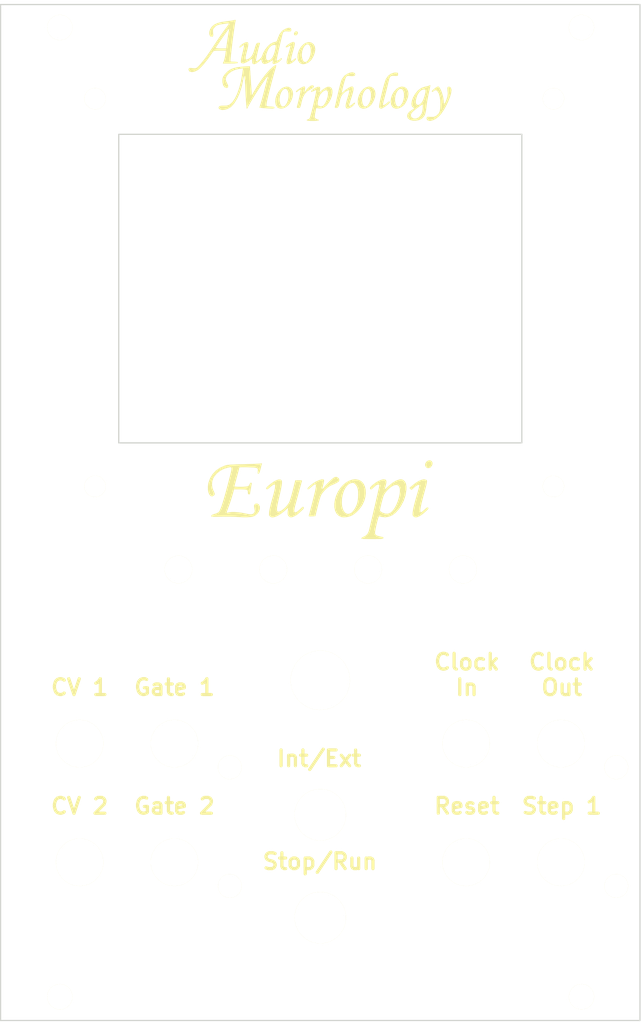
<source format=kicad_pcb>
(kicad_pcb (version 4) (host pcbnew 4.0.2-stable)

  (general
    (links 0)
    (no_connects 0)
    (area 39.924999 31.524999 120.975001 160.075001)
    (thickness 1.6)
    (drawings 85)
    (tracks 0)
    (zones 0)
    (modules 29)
    (nets 1)
  )

  (page A4)
  (title_block
    (title "Europi Main front panel")
    (date 2016-10-15)
    (rev 0.1)
    (company "Audio Morphology")
  )

  (layers
    (0 F.Cu signal)
    (31 B.Cu signal hide)
    (32 B.Adhes user hide)
    (33 F.Adhes user hide)
    (34 B.Paste user hide)
    (35 F.Paste user hide)
    (36 B.SilkS user hide)
    (37 F.SilkS user)
    (38 B.Mask user hide)
    (39 F.Mask user)
    (40 Dwgs.User user hide)
    (41 Cmts.User user hide)
    (42 Eco1.User user hide)
    (43 Eco2.User user hide)
    (44 Edge.Cuts user)
    (45 Margin user hide)
    (46 B.CrtYd user hide)
    (47 F.CrtYd user hide)
    (48 B.Fab user hide)
    (49 F.Fab user hide)
  )

  (setup
    (last_trace_width 0.25)
    (trace_clearance 0.2)
    (zone_clearance 0.508)
    (zone_45_only no)
    (trace_min 0.2)
    (segment_width 0.2)
    (edge_width 0.15)
    (via_size 0.6)
    (via_drill 0.4)
    (via_min_size 0.4)
    (via_min_drill 0.3)
    (uvia_size 0.3)
    (uvia_drill 0.1)
    (uvias_allowed no)
    (uvia_min_size 0.2)
    (uvia_min_drill 0.1)
    (pcb_text_width 0.3)
    (pcb_text_size 1.5 1.5)
    (mod_edge_width 0.15)
    (mod_text_size 1 1)
    (mod_text_width 0.15)
    (pad_size 1.524 1.524)
    (pad_drill 0.762)
    (pad_to_mask_clearance 0.2)
    (aux_axis_origin 0 0)
    (visible_elements 7FFFFFFF)
    (pcbplotparams
      (layerselection 0x010a0_00000000)
      (usegerberextensions false)
      (excludeedgelayer true)
      (linewidth 0.100000)
      (plotframeref false)
      (viasonmask false)
      (mode 1)
      (useauxorigin false)
      (hpglpennumber 1)
      (hpglpenspeed 20)
      (hpglpendiameter 15)
      (hpglpenoverlay 2)
      (psnegative false)
      (psa4output false)
      (plotreference true)
      (plotvalue true)
      (plotinvisibletext false)
      (padsonsilk false)
      (subtractmaskfromsilk false)
      (outputformat 1)
      (mirror false)
      (drillshape 0)
      (scaleselection 1)
      (outputdirectory ""))
  )

  (net 0 "")

  (net_class Default "This is the default net class."
    (clearance 0.2)
    (trace_width 0.25)
    (via_dia 0.6)
    (via_drill 0.4)
    (uvia_dia 0.3)
    (uvia_drill 0.1)
  )

  (module LOGO (layer F.Cu) (tedit 0) (tstamp 58034F9C)
    (at 80.5 94.2)
    (fp_text reference G*** (at 0 0) (layer F.SilkS) hide
      (effects (font (thickness 0.3)))
    )
    (fp_text value LOGO (at 0.75 0) (layer F.SilkS) hide
      (effects (font (thickness 0.3)))
    )
    (fp_poly (pts (xy 10.405217 -2.537497) (xy 10.526849 -2.446913) (xy 10.697378 -2.249352) (xy 10.802146 -1.989475)
      (xy 10.845772 -1.649133) (xy 10.834903 -1.236243) (xy 10.726186 -0.540411) (xy 10.50463 0.124088)
      (xy 10.16493 0.770676) (xy 9.875462 1.191434) (xy 9.492289 1.620256) (xy 9.077518 1.933944)
      (xy 8.638329 2.129926) (xy 8.181901 2.205632) (xy 7.715411 2.158493) (xy 7.427763 2.067833)
      (xy 7.385224 2.073754) (xy 7.340448 2.136008) (xy 7.28798 2.269744) (xy 7.222365 2.490112)
      (xy 7.138147 2.81226) (xy 7.089744 3.006559) (xy 7.007511 3.3585) (xy 6.940072 3.682985)
      (xy 6.892437 3.95294) (xy 6.869617 4.141294) (xy 6.869231 4.19811) (xy 6.90925 4.349255)
      (xy 7.009461 4.461095) (xy 7.190414 4.546645) (xy 7.472657 4.618919) (xy 7.561243 4.636399)
      (xy 7.779024 4.68094) (xy 7.895607 4.719635) (xy 7.935094 4.767352) (xy 7.921585 4.838961)
      (xy 7.915587 4.855011) (xy 7.887886 4.887799) (xy 7.822976 4.912518) (xy 7.705343 4.930251)
      (xy 7.519474 4.94208) (xy 7.249855 4.949086) (xy 6.880972 4.952352) (xy 6.510742 4.953)
      (xy 6.109552 4.950894) (xy 5.754972 4.945004) (xy 5.465305 4.935967) (xy 5.258855 4.924421)
      (xy 5.153925 4.911004) (xy 5.144472 4.905375) (xy 5.20356 4.780274) (xy 5.379761 4.675054)
      (xy 5.474796 4.640463) (xy 5.743322 4.490439) (xy 5.958939 4.247822) (xy 6.091606 3.949987)
      (xy 6.134229 3.781856) (xy 6.198618 3.517865) (xy 6.281273 3.173076) (xy 6.378698 2.762554)
      (xy 6.487396 2.301363) (xy 6.603868 1.804565) (xy 6.711808 1.342101) (xy 7.493 1.342101)
      (xy 7.549988 1.436062) (xy 7.70726 1.552143) (xy 7.826375 1.617902) (xy 8.182535 1.74566)
      (xy 8.508954 1.751106) (xy 8.811362 1.633874) (xy 8.933614 1.54714) (xy 9.166792 1.304975)
      (xy 9.387123 0.97836) (xy 9.587005 0.59123) (xy 9.758835 0.167522) (xy 9.895011 -0.268831)
      (xy 9.98793 -0.693893) (xy 10.029989 -1.083729) (xy 10.013587 -1.414403) (xy 9.944997 -1.636986)
      (xy 9.790925 -1.825423) (xy 9.583924 -1.899185) (xy 9.325496 -1.858342) (xy 9.017139 -1.702966)
      (xy 8.849103 -1.585667) (xy 8.517597 -1.29822) (xy 8.23226 -0.97859) (xy 8.022685 -0.661614)
      (xy 7.969536 -0.55023) (xy 7.917945 -0.401267) (xy 7.849171 -0.168043) (xy 7.770667 0.119851)
      (xy 7.689885 0.432823) (xy 7.614277 0.741282) (xy 7.551293 1.015635) (xy 7.508387 1.226292)
      (xy 7.493 1.342101) (xy 6.711808 1.342101) (xy 6.724617 1.287225) (xy 6.846146 0.764407)
      (xy 6.964957 0.251175) (xy 7.077552 -0.237409) (xy 7.180435 -0.68628) (xy 7.270107 -1.080375)
      (xy 7.343071 -1.404629) (xy 7.395829 -1.643979) (xy 7.424884 -1.783362) (xy 7.4295 -1.812286)
      (xy 7.381989 -1.917985) (xy 7.262246 -1.947565) (xy 7.104455 -1.894225) (xy 7.083406 -1.881158)
      (xy 6.95026 -1.780132) (xy 6.774609 -1.629651) (xy 6.659134 -1.523331) (xy 6.502768 -1.382139)
      (xy 6.404791 -1.320944) (xy 6.336953 -1.326886) (xy 6.297554 -1.358732) (xy 6.240012 -1.446015)
      (xy 6.25137 -1.543234) (xy 6.342099 -1.668946) (xy 6.522671 -1.841708) (xy 6.615515 -1.922267)
      (xy 6.963128 -2.183698) (xy 7.326259 -2.394946) (xy 7.670027 -2.537683) (xy 7.880728 -2.587056)
      (xy 8.102992 -2.588443) (xy 8.244679 -2.516475) (xy 8.30877 -2.363009) (xy 8.298248 -2.119901)
      (xy 8.216094 -1.779006) (xy 8.198158 -1.720158) (xy 8.140873 -1.522003) (xy 8.108939 -1.382553)
      (xy 8.108662 -1.3335) (xy 8.165218 -1.373847) (xy 8.293688 -1.482832) (xy 8.4732 -1.642375)
      (xy 8.624572 -1.780458) (xy 9.094027 -2.165829) (xy 9.53289 -2.428703) (xy 9.940754 -2.568851)
      (xy 10.052723 -2.586453) (xy 10.253804 -2.591784) (xy 10.405217 -2.537497)) (layer F.SilkS) (width 0.01))
    (fp_poly (pts (xy -7.445652 -4.553477) (xy -7.451231 -4.533981) (xy -7.482426 -4.419758) (xy -7.534536 -4.218248)
      (xy -7.598287 -3.965523) (xy -7.625106 -3.857625) (xy -7.697893 -3.583644) (xy -7.757843 -3.413695)
      (xy -7.814532 -3.326807) (xy -7.877536 -3.302007) (xy -7.878806 -3.302) (xy -7.947289 -3.317888)
      (xy -7.973757 -3.386492) (xy -7.966505 -3.539224) (xy -7.959044 -3.605737) (xy -7.945006 -3.767954)
      (xy -7.956812 -3.889789) (xy -8.009794 -3.977484) (xy -8.119283 -4.037282) (xy -8.300611 -4.075425)
      (xy -8.569108 -4.098157) (xy -8.940105 -4.111718) (xy -9.217198 -4.118028) (xy -9.569698 -4.123271)
      (xy -9.873288 -4.123784) (xy -10.107269 -4.119857) (xy -10.25094 -4.111785) (xy -10.287 -4.102926)
      (xy -10.302883 -4.032746) (xy -10.347098 -3.859628) (xy -10.414501 -3.603144) (xy -10.499946 -3.282865)
      (xy -10.598286 -2.91836) (xy -10.6045 -2.895449) (xy -10.70345 -2.528924) (xy -10.789815 -2.205463)
      (xy -10.858449 -1.944633) (xy -10.904206 -1.765999) (xy -10.92194 -1.689128) (xy -10.922 -1.688176)
      (xy -10.862467 -1.674235) (xy -10.699722 -1.662678) (xy -10.457546 -1.654592) (xy -10.15972 -1.651068)
      (xy -10.11063 -1.651) (xy -9.717624 -1.656383) (xy -9.432245 -1.676481) (xy -9.235425 -1.717219)
      (xy -9.108095 -1.784521) (xy -9.031185 -1.884311) (xy -8.991296 -1.998769) (xy -8.926334 -2.116988)
      (xy -8.833802 -2.167119) (xy -8.753241 -2.146536) (xy -8.724194 -2.052614) (xy -8.729897 -2.016126)
      (xy -8.751819 -1.905905) (xy -8.786707 -1.715213) (xy -8.82878 -1.477512) (xy -8.872255 -1.226263)
      (xy -8.911351 -0.994928) (xy -8.940288 -0.816971) (xy -8.953282 -0.725854) (xy -8.9535 -0.721933)
      (xy -9.006941 -0.702861) (xy -9.0805 -0.6985) (xy -9.163875 -0.720015) (xy -9.200522 -0.806786)
      (xy -9.2075 -0.950266) (xy -9.229918 -1.144864) (xy -9.305839 -1.25271) (xy -9.330326 -1.267766)
      (xy -9.44028 -1.293684) (xy -9.646929 -1.314786) (xy -9.919991 -1.328805) (xy -10.208315 -1.3335)
      (xy -10.963478 -1.333501) (xy -11.171211 -0.587375) (xy -11.286998 -0.197183) (xy -11.429019 0.243849)
      (xy -11.57537 0.669034) (xy -11.655387 0.886793) (xy -11.759607 1.167095) (xy -11.842341 1.40088)
      (xy -11.895583 1.564679) (xy -11.911328 1.635024) (xy -11.910889 1.635777) (xy -11.84283 1.633837)
      (xy -11.692827 1.605527) (xy -11.590053 1.581203) (xy -11.305349 1.541777) (xy -10.929287 1.537502)
      (xy -10.49196 1.566405) (xy -10.023464 1.626508) (xy -9.559967 1.714476) (xy -9.204184 1.789132)
      (xy -8.946092 1.828036) (xy -8.761284 1.830375) (xy -8.625352 1.795336) (xy -8.513888 1.722106)
      (xy -8.466813 1.678084) (xy -8.358265 1.544534) (xy -8.331076 1.409806) (xy -8.348672 1.281209)
      (xy -8.389391 1.069794) (xy -8.425914 0.877964) (xy -8.427298 0.87062) (xy -8.415704 0.670549)
      (xy -8.317727 0.52937) (xy -8.165655 0.46073) (xy -7.991774 0.478279) (xy -7.828371 0.595666)
      (xy -7.815109 0.611813) (xy -7.703853 0.848207) (xy -7.696332 1.119469) (xy -7.783092 1.402875)
      (xy -7.954677 1.675699) (xy -8.201632 1.915218) (xy -8.41375 2.050616) (xy -8.659562 2.132507)
      (xy -9.02064 2.183277) (xy -9.489035 2.202577) (xy -10.056798 2.19006) (xy -10.668 2.149476)
      (xy -10.978728 2.131122) (xy -11.378057 2.119127) (xy -11.827724 2.114009) (xy -12.289464 2.116283)
      (xy -12.620625 2.123148) (xy -13.062321 2.134084) (xy -13.390654 2.137635) (xy -13.619075 2.133319)
      (xy -13.761035 2.120653) (xy -13.829983 2.099153) (xy -13.842028 2.079283) (xy -13.812246 1.963944)
      (xy -13.711002 1.878348) (xy -13.515455 1.806903) (xy -13.399617 1.777345) (xy -13.118083 1.679821)
      (xy -12.903593 1.545452) (xy -12.881085 1.524353) (xy -12.788556 1.392031) (xy -12.679439 1.161757)
      (xy -12.552479 0.829616) (xy -12.40642 0.391693) (xy -12.240009 -0.155931) (xy -12.051991 -0.81717)
      (xy -11.841111 -1.59594) (xy -11.660332 -2.286) (xy -11.520893 -2.8228) (xy -11.411831 -3.248115)
      (xy -11.333842 -3.573947) (xy -11.287621 -3.812295) (xy -11.273865 -3.975158) (xy -11.293269 -4.074536)
      (xy -11.346529 -4.122429) (xy -11.434342 -4.130836) (xy -11.557403 -4.111756) (xy -11.716408 -4.07719)
      (xy -11.763628 -4.067166) (xy -12.273876 -3.906057) (xy -12.746476 -3.651161) (xy -13.156417 -3.320449)
      (xy -13.478689 -2.931895) (xy -13.577863 -2.763508) (xy -13.715078 -2.374869) (xy -13.756667 -1.944767)
      (xy -13.702796 -1.515127) (xy -13.571526 -1.160986) (xy -13.458038 -0.928062) (xy -13.40968 -0.771721)
      (xy -13.423595 -0.661279) (xy -13.496928 -0.566049) (xy -13.514626 -0.549592) (xy -13.692799 -0.445222)
      (xy -13.857934 -0.452722) (xy -14.003871 -0.557149) (xy -14.124451 -0.74356) (xy -14.213515 -0.997012)
      (xy -14.264904 -1.302562) (xy -14.272457 -1.645266) (xy -14.230017 -2.010182) (xy -14.190161 -2.18853)
      (xy -13.976873 -2.766908) (xy -13.659505 -3.276273) (xy -13.244636 -3.709931) (xy -12.738842 -4.061189)
      (xy -12.148704 -4.323354) (xy -12.065 -4.350902) (xy -11.942497 -4.383466) (xy -11.790144 -4.410593)
      (xy -11.593274 -4.433247) (xy -11.337217 -4.452394) (xy -11.007304 -4.468997) (xy -10.588868 -4.484022)
      (xy -10.06724 -4.498434) (xy -9.68375 -4.507525) (xy -9.183587 -4.520318) (xy -8.720728 -4.534935)
      (xy -8.311389 -4.550648) (xy -7.971783 -4.566729) (xy -7.718127 -4.582449) (xy -7.566635 -4.597079)
      (xy -7.533298 -4.604148) (xy -7.447667 -4.623421) (xy -7.445652 -4.553477)) (layer F.SilkS) (width 0.01))
    (fp_poly (pts (xy -5.088127 -2.569673) (xy -4.953754 -2.468627) (xy -4.913873 -2.374463) (xy -4.90038 -2.23142)
      (xy -4.91516 -2.012156) (xy -4.959781 -1.707462) (xy -5.035811 -1.308127) (xy -5.144817 -0.804941)
      (xy -5.279873 -0.224313) (xy -5.396616 0.28184) (xy -5.478625 0.679403) (xy -5.527175 0.981575)
      (xy -5.543542 1.201555) (xy -5.529003 1.352541) (xy -5.484831 1.447731) (xy -5.44494 1.483358)
      (xy -5.306574 1.502093) (xy -5.112886 1.434154) (xy -4.883559 1.295352) (xy -4.638277 1.101499)
      (xy -4.396723 0.868405) (xy -4.178582 0.611881) (xy -4.003535 0.347739) (xy -3.982187 0.308389)
      (xy -3.918667 0.154777) (xy -3.833846 -0.097781) (xy -3.735174 -0.424528) (xy -3.630105 -0.800709)
      (xy -3.526089 -1.201568) (xy -3.51865 -1.231486) (xy -3.210049 -2.4765) (xy -2.775496 -2.4765)
      (xy -2.547025 -2.473297) (xy -2.420745 -2.458835) (xy -2.371908 -2.425835) (xy -2.375766 -2.367017)
      (xy -2.378047 -2.359594) (xy -2.422663 -2.209928) (xy -2.493394 -1.961855) (xy -2.584178 -1.637585)
      (xy -2.68895 -1.259327) (xy -2.801644 -0.849291) (xy -2.916196 -0.429687) (xy -3.026543 -0.022723)
      (xy -3.126619 0.349389) (xy -3.21036 0.664441) (xy -3.271702 0.900224) (xy -3.30349 1.029602)
      (xy -3.348669 1.324282) (xy -3.328275 1.510335) (xy -3.242695 1.58766) (xy -3.092315 1.55616)
      (xy -2.877522 1.415734) (xy -2.634788 1.201268) (xy -2.441389 1.018508) (xy -2.317453 0.91402)
      (xy -2.242384 0.876533) (xy -2.195589 0.894772) (xy -2.163828 0.943478) (xy -2.139289 1.021901)
      (xy -2.166058 1.105868) (xy -2.259492 1.221106) (xy -2.428994 1.387713) (xy -2.690631 1.629703)
      (xy -2.895959 1.803672) (xy -3.076331 1.933494) (xy -3.2631 2.043042) (xy -3.347096 2.086772)
      (xy -3.618184 2.196486) (xy -3.826014 2.210283) (xy -3.991874 2.127012) (xy -4.066308 2.047875)
      (xy -4.139751 1.939225) (xy -4.175896 1.823785) (xy -4.18129 1.660796) (xy -4.164797 1.434654)
      (xy -4.12476 0.996058) (xy -4.439618 1.29057) (xy -4.717353 1.527599) (xy -5.027258 1.755436)
      (xy -5.3364 1.952632) (xy -5.611842 2.097738) (xy -5.771751 2.15818) (xy -6.043802 2.214058)
      (xy -6.239607 2.200954) (xy -6.391776 2.115299) (xy -6.421998 2.087002) (xy -6.494714 1.998603)
      (xy -6.529975 1.894996) (xy -6.534568 1.737448) (xy -6.519356 1.531377) (xy -6.489612 1.33757)
      (xy -6.429633 1.049355) (xy -6.345842 0.693919) (xy -6.244659 0.29845) (xy -6.132505 -0.109865)
      (xy -6.127878 -0.126094) (xy -5.976967 -0.669468) (xy -5.866875 -1.102756) (xy -5.796146 -1.435628)
      (xy -5.763324 -1.677754) (xy -5.766953 -1.838806) (xy -5.805578 -1.928453) (xy -5.852706 -1.953909)
      (xy -5.94801 -1.924876) (xy -6.10844 -1.827635) (xy -6.305744 -1.680062) (xy -6.371228 -1.62583)
      (xy -6.576469 -1.456691) (xy -6.71021 -1.36284) (xy -6.793944 -1.333074) (xy -6.849166 -1.356188)
      (xy -6.861968 -1.370031) (xy -6.88952 -1.450778) (xy -6.846137 -1.556055) (xy -6.722375 -1.696835)
      (xy -6.508791 -1.884094) (xy -6.233765 -2.100063) (xy -5.876477 -2.344305) (xy -5.55966 -2.505397)
      (xy -5.293486 -2.581224) (xy -5.088127 -2.569673)) (layer F.SilkS) (width 0.01))
    (fp_poly (pts (xy 4.826005 -2.52339) (xy 4.854261 -2.512958) (xy 5.168772 -2.328974) (xy 5.412928 -2.054663)
      (xy 5.585216 -1.706418) (xy 5.684122 -1.300636) (xy 5.708133 -0.853711) (xy 5.655737 -0.382038)
      (xy 5.525419 0.097988) (xy 5.315667 0.569971) (xy 5.162387 0.8255) (xy 4.883557 1.189634)
      (xy 4.553611 1.530854) (xy 4.206855 1.817111) (xy 3.898124 2.006517) (xy 3.602242 2.115225)
      (xy 3.263855 2.184346) (xy 2.930897 2.208015) (xy 2.651305 2.180366) (xy 2.598011 2.165619)
      (xy 2.25979 1.993382) (xy 2.001424 1.728135) (xy 1.825874 1.377941) (xy 1.7361 0.950867)
      (xy 1.735062 0.454975) (xy 1.759703 0.290099) (xy 2.668102 0.290099) (xy 2.69895 0.750772)
      (xy 2.788819 1.13676) (xy 2.930042 1.43957) (xy 3.114957 1.650711) (xy 3.335899 1.761688)
      (xy 3.585204 1.764009) (xy 3.855206 1.649181) (xy 3.879984 1.632996) (xy 4.070709 1.456151)
      (xy 4.267317 1.191982) (xy 4.446875 0.876853) (xy 4.586448 0.547127) (xy 4.609508 0.47625)
      (xy 4.681734 0.150226) (xy 4.729205 -0.246708) (xy 4.749412 -0.665306) (xy 4.739848 -1.056321)
      (xy 4.702526 -1.349699) (xy 4.607516 -1.656099) (xy 4.453131 -1.896532) (xy 4.409117 -1.945493)
      (xy 4.266861 -2.083714) (xy 4.151884 -2.144791) (xy 4.011423 -2.150181) (xy 3.92931 -2.140623)
      (xy 3.636571 -2.039666) (xy 3.36812 -1.828085) (xy 3.131907 -1.521202) (xy 2.935882 -1.134337)
      (xy 2.787992 -0.68281) (xy 2.696189 -0.181944) (xy 2.668102 0.290099) (xy 1.759703 0.290099)
      (xy 1.803059 0) (xy 1.961839 -0.543967) (xy 2.193673 -1.045738) (xy 2.486226 -1.495155)
      (xy 2.827167 -1.88206) (xy 3.204161 -2.196295) (xy 3.604875 -2.427704) (xy 4.016976 -2.566128)
      (xy 4.42813 -2.601409) (xy 4.826005 -2.52339)) (layer F.SilkS) (width 0.01))
    (fp_poly (pts (xy 13.325362 -2.54482) (xy 13.339174 -2.537766) (xy 13.403787 -2.489941) (xy 13.441279 -2.418024)
      (xy 13.44986 -2.304798) (xy 13.427742 -2.133045) (xy 13.373136 -1.885549) (xy 13.284253 -1.545093)
      (xy 13.206869 -1.264422) (xy 13.019088 -0.582258) (xy 12.867931 -0.01237) (xy 12.751749 0.454062)
      (xy 12.668896 0.825859) (xy 12.617722 1.11184) (xy 12.59658 1.320825) (xy 12.603821 1.461634)
      (xy 12.637797 1.543089) (xy 12.677261 1.569731) (xy 12.754476 1.540384) (xy 12.89572 1.441384)
      (xy 13.074375 1.29203) (xy 13.130029 1.241456) (xy 13.320352 1.069544) (xy 13.442856 0.974911)
      (xy 13.520055 0.945569) (xy 13.574463 0.969531) (xy 13.596375 0.993136) (xy 13.626548 1.051262)
      (xy 13.610175 1.120855) (xy 13.533669 1.221569) (xy 13.383443 1.373055) (xy 13.241341 1.506649)
      (xy 12.897805 1.798023) (xy 12.5717 2.021944) (xy 12.282032 2.16713) (xy 12.047811 2.222298)
      (xy 12.03536 2.2225) (xy 11.872593 2.178368) (xy 11.73931 2.08731) (xy 11.663498 1.993547)
      (xy 11.629972 1.883244) (xy 11.63077 1.714054) (xy 11.643348 1.576801) (xy 11.679276 1.31629)
      (xy 11.73919 1.00609) (xy 11.826739 0.631319) (xy 11.945571 0.177094) (xy 12.099335 -0.371469)
      (xy 12.236123 -0.841353) (xy 12.332372 -1.178132) (xy 12.410596 -1.471414) (xy 12.465617 -1.700105)
      (xy 12.492254 -1.843107) (xy 12.491312 -1.880854) (xy 12.384151 -1.902948) (xy 12.211961 -1.837949)
      (xy 11.992833 -1.694787) (xy 11.814328 -1.546684) (xy 11.484836 -1.250442) (xy 11.228534 -1.506744)
      (xy 11.662114 -1.874577) (xy 12.062732 -2.180761) (xy 12.442789 -2.406185) (xy 12.788861 -2.545542)
      (xy 13.087527 -2.593523) (xy 13.325362 -2.54482)) (layer F.SilkS) (width 0.01))
    (fp_poly (pts (xy 2.192299 -2.813126) (xy 2.312074 -2.67143) (xy 2.351823 -2.49931) (xy 2.307639 -2.355547)
      (xy 2.206101 -2.261856) (xy 2.005939 -2.139092) (xy 1.728821 -1.998906) (xy 1.396417 -1.852948)
      (xy 1.302114 -1.814899) (xy 1.051596 -1.675429) (xy 0.77047 -1.454956) (xy 0.490186 -1.183278)
      (xy 0.242193 -0.890199) (xy 0.093684 -0.669808) (xy 0.001022 -0.466633) (xy -0.10913 -0.145967)
      (xy -0.234298 0.284262) (xy -0.372005 0.816122) (xy -0.379063 0.844783) (xy -0.678562 2.06375)
      (xy -1.106519 2.082645) (xy -1.33267 2.089503) (xy -1.457091 2.080847) (xy -1.504697 2.050626)
      (xy -1.500406 1.99279) (xy -1.498757 1.987395) (xy -1.447354 1.810336) (xy -1.372219 1.534883)
      (xy -1.279746 1.186022) (xy -1.176329 0.788734) (xy -1.068362 0.368003) (xy -0.962238 -0.05119)
      (xy -0.864351 -0.443859) (xy -0.781095 -0.785024) (xy -0.718863 -1.0497) (xy -0.70116 -1.129154)
      (xy -0.62754 -1.508025) (xy -0.599871 -1.771337) (xy -0.622688 -1.92359) (xy -0.700524 -1.969281)
      (xy -0.83791 -1.912907) (xy -1.03938 -1.758967) (xy -1.195274 -1.619453) (xy -1.389473 -1.446192)
      (xy -1.516147 -1.353151) (xy -1.595427 -1.328655) (xy -1.645309 -1.358392) (xy -1.663697 -1.419467)
      (xy -1.620088 -1.506334) (xy -1.501337 -1.637141) (xy -1.321327 -1.805646) (xy -0.967675 -2.087176)
      (xy -0.588548 -2.32294) (xy -0.217757 -2.494637) (xy 0.110888 -2.583964) (xy 0.118376 -2.584997)
      (xy 0.278249 -2.595441) (xy 0.375997 -2.563157) (xy 0.416875 -2.470252) (xy 0.406139 -2.298837)
      (xy 0.349044 -2.031021) (xy 0.317796 -1.906162) (xy 0.260166 -1.665733) (xy 0.22186 -1.476453)
      (xy 0.208679 -1.368386) (xy 0.211421 -1.354912) (xy 0.259824 -1.386959) (xy 0.358367 -1.497784)
      (xy 0.46694 -1.638319) (xy 0.638254 -1.849831) (xy 0.854874 -2.085732) (xy 1.094386 -2.325084)
      (xy 1.334375 -2.546946) (xy 1.552426 -2.73038) (xy 1.726125 -2.854446) (xy 1.812961 -2.895731)
      (xy 2.017571 -2.897019) (xy 2.192299 -2.813126)) (layer F.SilkS) (width 0.01))
    (fp_poly (pts (xy 14.004901 -4.916012) (xy 14.0335 -4.8895) (xy 14.142483 -4.714222) (xy 14.14001 -4.506515)
      (xy 14.064592 -4.31673) (xy 13.908816 -4.11578) (xy 13.716079 -4.013933) (xy 13.51326 -4.01816)
      (xy 13.335 -4.1275) (xy 13.222758 -4.319666) (xy 13.222227 -4.539796) (xy 13.331077 -4.759959)
      (xy 13.393615 -4.830885) (xy 13.604556 -4.978736) (xy 13.813413 -5.007578) (xy 14.004901 -4.916012)) (layer F.SilkS) (width 0.01))
  )

  (module LOGO (layer F.Cu) (tedit 0) (tstamp 58034D89)
    (at 80.45 40.05)
    (fp_text reference G*** (at 0 0) (layer F.SilkS) hide
      (effects (font (thickness 0.3)))
    )
    (fp_text value LOGO (at 0.75 0) (layer F.SilkS) hide
      (effects (font (thickness 0.3)))
    )
    (fp_poly (pts (xy -0.119806 1.944046) (xy -0.030804 2.027866) (xy -0.023358 2.21012) (xy -0.041918 2.326785)
      (xy -0.103667 2.655939) (xy 0.276304 2.330698) (xy 0.543217 2.133286) (xy 0.805252 1.988286)
      (xy 0.923873 1.946682) (xy 1.210082 1.95076) (xy 1.409792 2.091455) (xy 1.520973 2.344816)
      (xy 1.541598 2.686898) (xy 1.469637 3.093751) (xy 1.303064 3.541426) (xy 1.091581 3.926717)
      (xy 0.757766 4.352095) (xy 0.401021 4.603763) (xy 0.009156 4.689119) (xy -0.149056 4.679795)
      (xy -0.524898 4.632556) (xy -0.638295 5.233533) (xy -0.694748 5.557966) (xy -0.708907 5.753185)
      (xy -0.677249 5.867211) (xy -0.596251 5.948067) (xy -0.585293 5.956184) (xy -0.401821 6.054509)
      (xy -0.300162 6.077857) (xy -0.191018 6.132954) (xy -0.181428 6.168571) (xy -0.266705 6.212749)
      (xy -0.501247 6.244033) (xy -0.853121 6.258668) (xy -0.9525 6.259286) (xy -1.328008 6.249253)
      (xy -1.593927 6.22166) (xy -1.718322 6.180263) (xy -1.723571 6.168571) (xy -1.650932 6.086243)
      (xy -1.598607 6.077857) (xy -1.441713 6.013791) (xy -1.353889 5.933562) (xy -1.30128 5.80984)
      (xy -1.220971 5.547723) (xy -1.120681 5.17998) (xy -1.008129 4.739378) (xy -0.891033 4.258685)
      (xy -0.852528 4.093735) (xy -0.345465 4.093735) (xy -0.316784 4.246081) (xy -0.220064 4.337873)
      (xy -0.212986 4.34205) (xy 0.082973 4.436705) (xy 0.338594 4.356065) (xy 0.40472 4.299464)
      (xy 0.636721 3.985019) (xy 0.824513 3.579177) (xy 0.946996 3.146964) (xy 0.983068 2.753405)
      (xy 0.960756 2.585953) (xy 0.851181 2.40119) (xy 0.660075 2.374075) (xy 0.395345 2.504405)
      (xy 0.266768 2.6038) (xy -0.011613 2.908747) (xy -0.198601 3.296434) (xy -0.316167 3.812696)
      (xy -0.317746 3.823202) (xy -0.345465 4.093735) (xy -0.852528 4.093735) (xy -0.777112 3.770669)
      (xy -0.674085 3.308098) (xy -0.589671 2.903739) (xy -0.531588 2.590361) (xy -0.507555 2.400731)
      (xy -0.512208 2.360411) (xy -0.611184 2.371645) (xy -0.797808 2.45599) (xy -0.834571 2.4765)
      (xy -1.058542 2.579881) (xy -1.161476 2.573733) (xy -1.129264 2.465338) (xy -1.04953 2.36555)
      (xy -0.836427 2.189073) (xy -0.56718 2.040304) (xy -0.306822 1.948726) (xy -0.120389 1.943824)
      (xy -0.119806 1.944046)) (layer F.SilkS) (width 0.01))
    (fp_poly (pts (xy 13.919279 1.733326) (xy 13.914405 1.830729) (xy 13.873075 2.065524) (xy 13.80269 2.399056)
      (xy 13.738786 2.676075) (xy 13.628037 3.199331) (xy 13.523937 3.791494) (xy 13.444618 4.346606)
      (xy 13.428336 4.490357) (xy 13.36402 4.992389) (xy 13.280443 5.356061) (xy 13.15895 5.62444)
      (xy 12.980889 5.840593) (xy 12.766193 6.019119) (xy 12.466342 6.158162) (xy 12.078587 6.228626)
      (xy 11.681675 6.224892) (xy 11.354352 6.141338) (xy 11.31776 6.1225) (xy 11.073672 5.906115)
      (xy 10.989019 5.642896) (xy 11.027213 5.486932) (xy 11.448903 5.486932) (xy 11.483146 5.687894)
      (xy 11.56938 5.809369) (xy 11.816688 5.95968) (xy 12.120955 5.962251) (xy 12.435228 5.818065)
      (xy 12.471974 5.790483) (xy 12.68676 5.561705) (xy 12.847064 5.294468) (xy 12.907065 5.084447)
      (xy 12.950438 4.812316) (xy 12.973262 4.533862) (xy 12.971615 4.304869) (xy 12.941576 4.181125)
      (xy 12.925909 4.172857) (xy 12.83752 4.223323) (xy 12.638757 4.358702) (xy 12.364324 4.554966)
      (xy 12.201216 4.674601) (xy 11.798284 4.997625) (xy 11.550731 5.262622) (xy 11.448903 5.486932)
      (xy 11.027213 5.486932) (xy 11.058045 5.361035) (xy 11.274995 5.088723) (xy 11.570079 4.886528)
      (xy 11.795852 4.760956) (xy 11.879721 4.684951) (xy 11.841897 4.626618) (xy 11.762201 4.583357)
      (xy 11.59365 4.405973) (xy 11.535174 4.115666) (xy 11.561575 3.910521) (xy 12.073149 3.910521)
      (xy 12.131228 4.102154) (xy 12.173857 4.154714) (xy 12.336291 4.252328) (xy 12.520123 4.206322)
      (xy 12.666704 4.102804) (xy 12.874725 3.879509) (xy 13.042884 3.56281) (xy 13.192433 3.111328)
      (xy 13.210942 3.043113) (xy 13.301232 2.670452) (xy 13.328174 2.438169) (xy 13.287935 2.315253)
      (xy 13.176686 2.270694) (xy 13.115175 2.267857) (xy 12.823001 2.351924) (xy 12.544611 2.580103)
      (xy 12.315345 2.916366) (xy 12.202564 3.198273) (xy 12.096619 3.619519) (xy 12.073149 3.910521)
      (xy 11.561575 3.910521) (xy 11.583382 3.741081) (xy 11.734885 3.310866) (xy 11.962511 2.890677)
      (xy 12.33897 2.41896) (xy 12.76861 2.094911) (xy 13.229478 1.934742) (xy 13.263569 1.929929)
      (xy 13.532415 1.878792) (xy 13.731884 1.811041) (xy 13.768085 1.789107) (xy 13.886963 1.72767)
      (xy 13.919279 1.733326)) (layer F.SilkS) (width 0.01))
    (fp_poly (pts (xy 15.044212 1.987507) (xy 15.187095 2.207456) (xy 15.32965 2.52349) (xy 15.456329 2.89425)
      (xy 15.551582 3.278379) (xy 15.599859 3.634519) (xy 15.602857 3.730397) (xy 15.622201 4.002225)
      (xy 15.678348 4.09821) (xy 15.768471 4.019553) (xy 15.889744 3.767458) (xy 15.960715 3.578061)
      (xy 16.080692 3.186778) (xy 16.126378 2.866184) (xy 16.109651 2.527311) (xy 16.105541 2.49328)
      (xy 16.078062 2.195527) (xy 16.094775 2.029901) (xy 16.162369 1.951018) (xy 16.187087 1.939882)
      (xy 16.381302 1.94632) (xy 16.533366 2.091259) (xy 16.600321 2.331769) (xy 16.600715 2.353214)
      (xy 16.548805 2.745018) (xy 16.405624 3.237926) (xy 16.18999 3.788832) (xy 15.920723 4.354631)
      (xy 15.616641 4.892218) (xy 15.296565 5.358487) (xy 15.278555 5.381608) (xy 14.950435 5.731111)
      (xy 14.590082 6.002728) (xy 14.229456 6.182982) (xy 13.900514 6.258393) (xy 13.635215 6.215484)
      (xy 13.517388 6.124369) (xy 13.449147 5.941102) (xy 13.461968 5.842083) (xy 13.533692 5.753338)
      (xy 13.686666 5.730006) (xy 13.925108 5.755685) (xy 14.349623 5.751265) (xy 14.707411 5.58976)
      (xy 15.013215 5.27645) (xy 15.1196 5.026344) (xy 15.183561 4.649794) (xy 15.205572 4.19664)
      (xy 15.186104 3.716725) (xy 15.125629 3.259888) (xy 15.024619 2.87597) (xy 14.989647 2.789464)
      (xy 14.818688 2.490647) (xy 14.643159 2.366086) (xy 14.447375 2.408949) (xy 14.326328 2.500552)
      (xy 14.176645 2.583727) (xy 14.111622 2.548981) (xy 14.147588 2.454186) (xy 14.290269 2.304291)
      (xy 14.491151 2.138109) (xy 14.701718 1.994454) (xy 14.873457 1.912141) (xy 14.916552 1.905)
      (xy 15.044212 1.987507)) (layer F.SilkS) (width 0.01))
    (fp_poly (pts (xy -5.578636 -0.768272) (xy -5.593665 -0.606635) (xy -5.674118 -0.354329) (xy -5.73694 -0.153396)
      (xy -5.835756 0.193116) (xy -5.962313 0.654839) (xy -6.108354 1.201401) (xy -6.265624 1.802433)
      (xy -6.36 2.168973) (xy -6.535598 2.864144) (xy -6.665777 3.4026) (xy -6.75402 3.80234)
      (xy -6.80381 4.081362) (xy -6.81863 4.257664) (xy -6.801964 4.349245) (xy -6.785449 4.367405)
      (xy -6.628507 4.412475) (xy -6.368167 4.439901) (xy -6.236607 4.443611) (xy -5.96313 4.459302)
      (xy -5.832389 4.512352) (xy -5.805714 4.588341) (xy -5.825911 4.652004) (xy -5.907359 4.688428)
      (xy -6.081341 4.700283) (xy -6.379143 4.690238) (xy -6.735535 4.66768) (xy -7.124277 4.639263)
      (xy -7.438078 4.613187) (xy -7.637828 4.592891) (xy -7.689004 4.583846) (xy -7.675653 4.495075)
      (xy -7.614933 4.292259) (xy -7.571275 4.164329) (xy -7.499854 3.936848) (xy -7.396697 3.57475)
      (xy -7.273209 3.119643) (xy -7.140795 2.613135) (xy -7.073811 2.349653) (xy -6.948536 1.857058)
      (xy -6.834358 1.417733) (xy -6.740339 1.065819) (xy -6.67554 0.835459) (xy -6.654517 0.76995)
      (xy -6.634928 0.656569) (xy -6.69632 0.670136) (xy -6.794791 0.776393) (xy -6.969845 1.009871)
      (xy -7.203387 1.343028) (xy -7.477321 1.74832) (xy -7.773551 2.198204) (xy -8.073981 2.665138)
      (xy -8.360515 3.121578) (xy -8.615057 3.539981) (xy -8.819511 3.892804) (xy -8.85068 3.9492)
      (xy -9.295745 4.7625) (xy -9.356319 4.276298) (xy -9.380073 4.023617) (xy -9.407598 3.630957)
      (xy -9.436421 3.139659) (xy -9.464067 2.591063) (xy -9.482529 2.167191) (xy -9.506804 1.64738)
      (xy -9.534067 1.196557) (xy -9.562073 0.843414) (xy -9.588574 0.616642) (xy -9.609607 0.544286)
      (xy -9.653149 0.62663) (xy -9.711564 0.844077) (xy -9.773236 1.152245) (xy -9.781782 1.201964)
      (xy -9.961533 2.013323) (xy -10.212568 2.772105) (xy -10.520764 3.449189) (xy -10.871998 4.01545)
      (xy -11.252144 4.441766) (xy -11.415808 4.571236) (xy -11.765931 4.754297) (xy -12.14089 4.855707)
      (xy -12.484311 4.86683) (xy -12.73982 4.779029) (xy -12.745357 4.774913) (xy -12.867638 4.642605)
      (xy -12.841863 4.503387) (xy -12.823814 4.472991) (xy -12.720835 4.37437) (xy -12.54179 4.331744)
      (xy -12.235475 4.33296) (xy -12.234171 4.333024) (xy -11.846593 4.321104) (xy -11.549241 4.229136)
      (xy -11.450803 4.174467) (xy -11.113814 3.875018) (xy -10.796438 3.412921) (xy -10.505934 2.806538)
      (xy -10.249561 2.074229) (xy -10.034577 1.234352) (xy -9.868241 0.30527) (xy -9.840143 0.100338)
      (xy -9.776527 -0.388966) (xy -10.261752 -0.324598) (xy -10.767962 -0.202851) (xy -11.223073 0.008068)
      (xy -11.596026 0.284172) (xy -11.855761 0.601479) (xy -11.97122 0.936002) (xy -11.974285 0.997857)
      (xy -11.9273 1.208642) (xy -11.811508 1.464456) (xy -11.784035 1.511059) (xy -11.658811 1.789619)
      (xy -11.666759 1.986894) (xy -11.804785 2.081343) (xy -11.866665 2.086428) (xy -12.109608 2.003958)
      (xy -12.28295 1.771931) (xy -12.372896 1.413421) (xy -12.3825 1.223539) (xy -12.361669 0.89335)
      (xy -12.277804 0.64714) (xy -12.101936 0.393956) (xy -11.768639 0.032369) (xy -11.412396 -0.232029)
      (xy -10.995396 -0.41527) (xy -10.479829 -0.533385) (xy -9.827885 -0.602407) (xy -9.738463 -0.608165)
      (xy -8.908712 -0.658743) (xy -8.854483 0.192236) (xy -8.823429 0.671528) (xy -8.785889 1.239162)
      (xy -8.748015 1.802493) (xy -8.731734 2.041071) (xy -8.663214 3.038928) (xy -8.355135 2.494643)
      (xy -7.883706 1.710939) (xy -7.395013 0.988783) (xy -6.907976 0.35216) (xy -6.441518 -0.174944)
      (xy -6.014561 -0.56854) (xy -5.836326 -0.698361) (xy -5.657272 -0.794073) (xy -5.578636 -0.768272)) (layer F.SilkS) (width 0.01))
    (fp_poly (pts (xy -3.971326 1.963604) (xy -3.691463 2.152543) (xy -3.50763 2.464451) (xy -3.449135 2.841781)
      (xy -3.512968 3.258545) (xy -3.677443 3.710582) (xy -3.907875 4.11232) (xy -4.019737 4.249512)
      (xy -4.356393 4.524648) (xy -4.71977 4.680413) (xy -5.069517 4.708613) (xy -5.365284 4.601056)
      (xy -5.44055 4.538021) (xy -5.634021 4.224789) (xy -5.702512 3.830058) (xy -5.667476 3.490328)
      (xy -5.157811 3.490328) (xy -5.150661 3.714638) (xy -5.071955 4.102237) (xy -4.933409 4.352735)
      (xy -4.751084 4.45369) (xy -4.541042 4.392655) (xy -4.417162 4.28293) (xy -4.213497 3.975807)
      (xy -4.077387 3.605181) (xy -4.009425 3.210701) (xy -4.010201 2.832018) (xy -4.080307 2.508781)
      (xy -4.220333 2.280642) (xy -4.385992 2.192673) (xy -4.605618 2.234802) (xy -4.810873 2.421974)
      (xy -4.983496 2.717848) (xy -5.105229 3.086081) (xy -5.157811 3.490328) (xy -5.667476 3.490328)
      (xy -5.657342 3.392074) (xy -5.509832 2.949084) (xy -5.271301 2.539331) (xy -4.953068 2.201063)
      (xy -4.698969 2.032452) (xy -4.317176 1.917089) (xy -3.971326 1.963604)) (layer F.SilkS) (width 0.01))
    (fp_poly (pts (xy 4.313002 0.180983) (xy 4.414919 0.324598) (xy 4.408692 0.488995) (xy 4.246119 0.5819)
      (xy 3.939753 0.59807) (xy 3.794356 0.583798) (xy 3.525755 0.560848) (xy 3.370437 0.593383)
      (xy 3.26415 0.699505) (xy 3.236956 0.740848) (xy 3.173372 0.894637) (xy 3.084323 1.175198)
      (xy 2.983094 1.532058) (xy 2.882964 1.914747) (xy 2.797215 2.272791) (xy 2.73913 2.55572)
      (xy 2.721429 2.699895) (xy 2.778597 2.681395) (xy 2.920839 2.566787) (xy 2.970893 2.520863)
      (xy 3.255456 2.286565) (xy 3.56292 2.084581) (xy 3.838879 1.947201) (xy 4.007994 1.905339)
      (xy 4.144203 1.9504) (xy 4.20589 2.096987) (xy 4.19239 2.361056) (xy 4.103038 2.758558)
      (xy 3.951407 3.261587) (xy 3.824096 3.659233) (xy 3.720447 3.990271) (xy 3.6516 4.218616)
      (xy 3.628572 4.307251) (xy 3.68836 4.3622) (xy 3.833108 4.318451) (xy 4.010889 4.19638)
      (xy 4.079517 4.130296) (xy 4.243323 3.993152) (xy 4.365161 3.954444) (xy 4.374294 3.958437)
      (xy 4.37947 4.049041) (xy 4.273164 4.203393) (xy 4.09254 4.381218) (xy 3.87476 4.542238)
      (xy 3.791827 4.58969) (xy 3.505506 4.701814) (xy 3.321382 4.677153) (xy 3.218216 4.51189)
      (xy 3.210971 4.485254) (xy 3.21247 4.258749) (xy 3.288715 3.883747) (xy 3.43654 3.375601)
      (xy 3.446008 3.346186) (xy 3.561408 2.966959) (xy 3.643375 2.653331) (xy 3.682648 2.44385)
      (xy 3.678518 2.37828) (xy 3.556403 2.37127) (xy 3.353182 2.460644) (xy 3.117045 2.615512)
      (xy 2.896182 2.804983) (xy 2.757419 2.968723) (xy 2.604345 3.266965) (xy 2.502419 3.588779)
      (xy 2.499607 3.603723) (xy 2.412118 4.052919) (xy 2.332468 4.350839) (xy 2.247322 4.526398)
      (xy 2.143341 4.608508) (xy 2.02787 4.626428) (xy 1.857442 4.591018) (xy 1.839317 4.510615)
      (xy 1.872588 4.387394) (xy 1.937022 4.118266) (xy 2.025366 3.73464) (xy 2.130365 3.267925)
      (xy 2.221647 2.855079) (xy 2.343799 2.323604) (xy 2.467221 1.8308) (xy 2.581783 1.41406)
      (xy 2.677353 1.110776) (xy 2.728666 0.983753) (xy 3.042954 0.555865) (xy 3.480918 0.26043)
      (xy 3.724759 0.169071) (xy 4.07893 0.109407) (xy 4.313002 0.180983)) (layer F.SilkS) (width 0.01))
    (fp_poly (pts (xy 6.460817 1.963604) (xy 6.74068 2.152543) (xy 6.924513 2.464451) (xy 6.983008 2.841781)
      (xy 6.919175 3.258545) (xy 6.7547 3.710582) (xy 6.524268 4.11232) (xy 6.412405 4.249512)
      (xy 6.07575 4.524648) (xy 5.712373 4.680413) (xy 5.362626 4.708613) (xy 5.066859 4.601056)
      (xy 4.991593 4.538021) (xy 4.798122 4.224789) (xy 4.729631 3.830058) (xy 4.764667 3.490328)
      (xy 5.274332 3.490328) (xy 5.281482 3.714638) (xy 5.360187 4.102237) (xy 5.498734 4.352735)
      (xy 5.681059 4.45369) (xy 5.891101 4.392655) (xy 6.014981 4.28293) (xy 6.218646 3.975807)
      (xy 6.354755 3.605181) (xy 6.422718 3.210701) (xy 6.421942 2.832018) (xy 6.351836 2.508781)
      (xy 6.21181 2.280642) (xy 6.046151 2.192673) (xy 5.826525 2.234802) (xy 5.62127 2.421974)
      (xy 5.448647 2.717848) (xy 5.326914 3.086081) (xy 5.274332 3.490328) (xy 4.764667 3.490328)
      (xy 4.7748 3.392074) (xy 4.922311 2.949084) (xy 5.160842 2.539331) (xy 5.479075 2.201063)
      (xy 5.733174 2.032452) (xy 6.114967 1.917089) (xy 6.460817 1.963604)) (layer F.SilkS) (width 0.01))
    (fp_poly (pts (xy 9.703193 0.149501) (xy 9.812825 0.199486) (xy 9.841926 0.322397) (xy 9.8425 0.362857)
      (xy 9.830175 0.494569) (xy 9.762841 0.558321) (xy 9.59496 0.573589) (xy 9.370666 0.564676)
      (xy 9.121064 0.558647) (xy 8.94922 0.592015) (xy 8.829762 0.694829) (xy 8.737321 0.897138)
      (xy 8.646526 1.228989) (xy 8.58367 1.496786) (xy 8.488893 1.894052) (xy 8.369598 2.375738)
      (xy 8.248348 2.851049) (xy 8.223003 2.948214) (xy 8.090824 3.45348) (xy 8.000224 3.809338)
      (xy 7.947102 4.041963) (xy 7.927355 4.17753) (xy 7.936883 4.242214) (xy 7.971584 4.262191)
      (xy 8.016893 4.263571) (xy 8.159592 4.205481) (xy 8.359375 4.060481) (xy 8.423652 4.003364)
      (xy 8.641033 3.829828) (xy 8.76416 3.806143) (xy 8.799286 3.913724) (xy 8.728975 4.020586)
      (xy 8.549733 4.184558) (xy 8.309094 4.370908) (xy 8.054591 4.544904) (xy 7.833759 4.671814)
      (xy 7.699722 4.717143) (xy 7.528658 4.655159) (xy 7.471114 4.580388) (xy 7.450481 4.486709)
      (xy 7.451887 4.347394) (xy 7.479642 4.138795) (xy 7.538056 3.837264) (xy 7.631436 3.419155)
      (xy 7.764093 2.860819) (xy 7.845575 2.525454) (xy 7.96854 2.043925) (xy 8.092268 1.5979)
      (xy 8.203912 1.231284) (xy 8.290623 0.987983) (xy 8.305008 0.955512) (xy 8.575098 0.563337)
      (xy 8.94004 0.285148) (xy 9.35703 0.150962) (xy 9.462891 0.143463) (xy 9.703193 0.149501)) (layer F.SilkS) (width 0.01))
    (fp_poly (pts (xy 10.633674 1.963604) (xy 10.913537 2.152543) (xy 11.09737 2.464451) (xy 11.155865 2.841781)
      (xy 11.092032 3.258545) (xy 10.927557 3.710582) (xy 10.697125 4.11232) (xy 10.585263 4.249512)
      (xy 10.248607 4.524648) (xy 9.88523 4.680413) (xy 9.535483 4.708613) (xy 9.239716 4.601056)
      (xy 9.16445 4.538021) (xy 8.970979 4.224789) (xy 8.902488 3.830058) (xy 8.937524 3.490328)
      (xy 9.447189 3.490328) (xy 9.454339 3.714638) (xy 9.533045 4.102237) (xy 9.671591 4.352735)
      (xy 9.853916 4.45369) (xy 10.063958 4.392655) (xy 10.187838 4.28293) (xy 10.391503 3.975807)
      (xy 10.527613 3.605181) (xy 10.595575 3.210701) (xy 10.594799 2.832018) (xy 10.524693 2.508781)
      (xy 10.384667 2.280642) (xy 10.219008 2.192673) (xy 9.999382 2.234802) (xy 9.794127 2.421974)
      (xy 9.621504 2.717848) (xy 9.499771 3.086081) (xy 9.447189 3.490328) (xy 8.937524 3.490328)
      (xy 8.947658 3.392074) (xy 9.095168 2.949084) (xy 9.333699 2.539331) (xy 9.651932 2.201063)
      (xy 9.906031 2.032452) (xy 10.287824 1.917089) (xy 10.633674 1.963604)) (layer F.SilkS) (width 0.01))
    (fp_poly (pts (xy -0.915793 1.763582) (xy -0.816655 1.897617) (xy -0.877201 2.053373) (xy -1.082817 2.202206)
      (xy -1.156607 2.235567) (xy -1.621382 2.494298) (xy -1.968192 2.85153) (xy -2.216587 3.332961)
      (xy -2.354319 3.81) (xy -2.441194 4.192854) (xy -2.506589 4.432218) (xy -2.568034 4.561789)
      (xy -2.643056 4.615263) (xy -2.749183 4.626336) (xy -2.779012 4.626428) (xy -2.942126 4.59689)
      (xy -2.963819 4.488661) (xy -2.958103 4.467678) (xy -2.862151 4.125363) (xy -2.761427 3.728398)
      (xy -2.664488 3.315916) (xy -2.579887 2.927047) (xy -2.516181 2.600924) (xy -2.481924 2.376678)
      (xy -2.483018 2.2946) (xy -2.580539 2.309235) (xy -2.738802 2.423161) (xy -2.750311 2.433809)
      (xy -2.957611 2.599489) (xy -3.066162 2.613894) (xy -3.084285 2.548548) (xy -3.011193 2.446772)
      (xy -2.826856 2.299701) (xy -2.583684 2.140355) (xy -2.334086 2.001759) (xy -2.130472 1.916932)
      (xy -2.062902 1.905) (xy -1.957151 1.926199) (xy -1.921655 2.021394) (xy -1.942643 2.237981)
      (xy -1.950878 2.290536) (xy -2.012704 2.676071) (xy -1.737714 2.308887) (xy -1.480926 2.018057)
      (xy -1.228512 1.821742) (xy -1.01491 1.74279) (xy -0.915793 1.763582)) (layer F.SilkS) (width 0.01))
    (fp_poly (pts (xy -10.713223 -6.424938) (xy -10.731126 -6.342237) (xy -10.776136 -6.116985) (xy -10.834273 -5.762343)
      (xy -10.902029 -5.306362) (xy -10.975894 -4.777095) (xy -11.052361 -4.202592) (xy -11.127921 -3.610906)
      (xy -11.199065 -3.030087) (xy -11.262284 -2.488186) (xy -11.31407 -2.013256) (xy -11.350914 -1.633348)
      (xy -11.369308 -1.376513) (xy -11.365743 -1.270802) (xy -11.365489 -1.270493) (xy -11.258963 -1.244399)
      (xy -11.032585 -1.227972) (xy -10.878928 -1.225136) (xy -10.571977 -1.202491) (xy -10.438461 -1.135794)
      (xy -10.432423 -1.11125) (xy -10.486223 -1.056667) (xy -10.661788 -1.021252) (xy -10.979881 -1.002519)
      (xy -11.380014 -0.997857) (xy -12.327885 -0.997857) (xy -12.198021 -1.308665) (xy -12.111707 -1.582918)
      (xy -12.036638 -1.935) (xy -12.008732 -2.125093) (xy -11.949306 -2.630714) (xy -12.722434 -2.630714)
      (xy -13.1 -2.627564) (xy -13.339923 -2.610316) (xy -13.485973 -2.567274) (xy -13.581921 -2.486742)
      (xy -13.656024 -2.38125) (xy -13.979735 -1.905165) (xy -14.335287 -1.427555) (xy -14.69574 -0.980736)
      (xy -15.034151 -0.597024) (xy -15.32358 -0.308736) (xy -15.49958 -0.169897) (xy -15.869291 0.012108)
      (xy -16.20999 0.084704) (xy -16.481546 0.043306) (xy -16.599755 -0.044202) (xy -16.668294 -0.226602)
      (xy -16.655821 -0.324803) (xy -16.586862 -0.410231) (xy -16.438478 -0.436011) (xy -16.162588 -0.410337)
      (xy -16.157889 -0.409693) (xy -15.892275 -0.382531) (xy -15.715158 -0.411537) (xy -15.551384 -0.524261)
      (xy -15.376706 -0.696056) (xy -15.08358 -1.014612) (xy -14.774795 -1.389965) (xy -14.433199 -1.845285)
      (xy -14.041641 -2.403739) (xy -13.659023 -2.974956) (xy -13.229166 -2.974956) (xy -13.16108 -2.94058)
      (xy -12.953431 -2.915109) (xy -12.648036 -2.903202) (xy -12.581924 -2.902857) (xy -11.904443 -2.902857)
      (xy -11.799962 -3.65125) (xy -11.736603 -4.079461) (xy -11.667073 -4.509977) (xy -11.605434 -4.856087)
      (xy -11.600173 -4.883087) (xy -11.553676 -5.157166) (xy -11.535267 -5.348926) (xy -11.542215 -5.403882)
      (xy -11.599382 -5.343635) (xy -11.73682 -5.162656) (xy -11.933737 -4.890883) (xy -12.169339 -4.558255)
      (xy -12.422832 -4.194711) (xy -12.673423 -3.830191) (xy -12.900317 -3.494634) (xy -13.082723 -3.217979)
      (xy -13.199845 -3.030165) (xy -13.229166 -2.974956) (xy -13.659023 -2.974956) (xy -13.582969 -3.088498)
      (xy -13.406672 -3.357288) (xy -13.084405 -3.844821) (xy -12.756836 -4.330024) (xy -12.452882 -4.77076)
      (xy -12.201461 -5.124894) (xy -12.092825 -5.271739) (xy -11.819194 -5.632377) (xy -11.648026 -5.86969)
      (xy -11.574694 -6.006806) (xy -11.594571 -6.066853) (xy -11.703032 -6.072959) (xy -11.89545 -6.04825)
      (xy -11.93869 -6.042309) (xy -12.409112 -5.976307) (xy -12.73741 -5.92022) (xy -12.961566 -5.862099)
      (xy -13.119563 -5.789994) (xy -13.249383 -5.691955) (xy -13.345699 -5.599631) (xy -13.514472 -5.411979)
      (xy -13.585766 -5.246362) (xy -13.584869 -5.020966) (xy -13.567954 -4.880525) (xy -13.543818 -4.601228)
      (xy -13.57197 -4.451336) (xy -13.650323 -4.387926) (xy -13.843774 -4.385346) (xy -13.979901 -4.51886)
      (xy -14.047278 -4.749033) (xy -14.034478 -5.036431) (xy -13.930073 -5.34162) (xy -13.927901 -5.345842)
      (xy -13.708803 -5.67014) (xy -13.412384 -5.920537) (xy -13.01352 -6.108658) (xy -12.487087 -6.246126)
      (xy -11.807959 -6.344566) (xy -11.757633 -6.349922) (xy -11.389842 -6.394215) (xy -11.076455 -6.442503)
      (xy -10.87416 -6.48579) (xy -10.849458 -6.494034) (xy -10.728771 -6.518443) (xy -10.713223 -6.424938)) (layer F.SilkS) (width 0.01))
    (fp_poly (pts (xy -3.701227 -5.397628) (xy -3.673928 -5.261429) (xy -3.686253 -5.129716) (xy -3.753587 -5.065965)
      (xy -3.921469 -5.050697) (xy -4.145762 -5.059609) (xy -4.436283 -5.063373) (xy -4.602627 -5.024802)
      (xy -4.70011 -4.928004) (xy -4.719116 -4.894885) (xy -4.760719 -4.767989) (xy -4.832902 -4.49876)
      (xy -4.927517 -4.122109) (xy -5.036416 -3.672951) (xy -5.151448 -3.186197) (xy -5.264467 -2.69676)
      (xy -5.367324 -2.239555) (xy -5.451869 -1.849492) (xy -5.509955 -1.561485) (xy -5.533432 -1.410448)
      (xy -5.533571 -1.405314) (xy -5.472029 -1.354081) (xy -5.329388 -1.392232) (xy -5.168628 -1.498889)
      (xy -5.127293 -1.540004) (xy -4.979462 -1.655135) (xy -4.879625 -1.666505) (xy -4.868585 -1.574358)
      (xy -4.977074 -1.423899) (xy -5.169418 -1.250774) (xy -5.409941 -1.09063) (xy -5.505575 -1.041056)
      (xy -5.801922 -0.939352) (xy -5.983102 -0.965568) (xy -6.040845 -1.116764) (xy -6.02419 -1.225455)
      (xy -5.966067 -1.457036) (xy -6.425907 -1.171184) (xy -6.81569 -0.976375) (xy -7.111187 -0.934505)
      (xy -7.31103 -1.045433) (xy -7.407358 -1.272683) (xy -7.461355 -1.54267) (xy -7.813082 -1.224907)
      (xy -8.123511 -0.994265) (xy -8.378168 -0.906726) (xy -8.557381 -0.967619) (xy -8.59924 -1.092408)
      (xy -8.617804 -1.311806) (xy -8.617857 -1.324342) (xy -8.617857 -1.620588) (xy -9.080544 -1.309223)
      (xy -9.460659 -1.093684) (xy -9.761496 -1.006687) (xy -9.967424 -1.05076) (xy -10.043959 -1.153415)
      (xy -10.046195 -1.300641) (xy -10.006328 -1.579862) (xy -9.931665 -1.948505) (xy -9.848629 -2.291409)
      (xy -9.751307 -2.689497) (xy -9.68163 -3.020783) (xy -9.646782 -3.247597) (xy -9.650375 -3.330613)
      (xy -9.746426 -3.313896) (xy -9.907444 -3.198513) (xy -9.933214 -3.175) (xy -10.101678 -3.051151)
      (xy -10.218487 -3.025775) (xy -10.227678 -3.032301) (xy -10.210654 -3.126592) (xy -10.080925 -3.274464)
      (xy -9.883038 -3.439007) (xy -9.66154 -3.583313) (xy -9.460978 -3.670474) (xy -9.455837 -3.671798)
      (xy -9.265907 -3.698556) (xy -9.150117 -3.650106) (xy -9.105124 -3.505124) (xy -9.127583 -3.242283)
      (xy -9.214149 -2.840258) (xy -9.283095 -2.570238) (xy -9.402251 -2.086423) (xy -9.459225 -1.756772)
      (xy -9.450463 -1.563758) (xy -9.372414 -1.48985) (xy -9.221523 -1.517519) (xy -9.082706 -1.581668)
      (xy -8.83375 -1.751975) (xy -8.635632 -1.995154) (xy -8.467356 -2.346105) (xy -8.307926 -2.839729)
      (xy -8.292532 -2.895111) (xy -8.191726 -3.242537) (xy -8.109923 -3.451324) (xy -8.023793 -3.559252)
      (xy -7.910005 -3.604102) (xy -7.84916 -3.613123) (xy -7.669303 -3.610303) (xy -7.637427 -3.533921)
      (xy -7.641816 -3.521135) (xy -7.714534 -3.297222) (xy -7.802513 -2.976018) (xy -7.896453 -2.598723)
      (xy -7.987056 -2.206535) (xy -8.065022 -1.84065) (xy -8.121051 -1.542268) (xy -8.145843 -1.352585)
      (xy -8.141459 -1.30765) (xy -8.025803 -1.305179) (xy -7.8422 -1.402441) (xy -7.640042 -1.560795)
      (xy -7.549343 -1.656514) (xy -6.867261 -1.656514) (xy -6.773793 -1.442714) (xy -6.593051 -1.37588)
      (xy -6.340639 -1.467562) (xy -6.23307 -1.543293) (xy -6.03533 -1.787328) (xy -5.858379 -2.174607)
      (xy -5.717496 -2.667027) (xy -5.660607 -2.970893) (xy -5.630162 -3.211472) (xy -5.656107 -3.322817)
      (xy -5.765356 -3.354713) (xy -5.869022 -3.356429) (xy -6.155019 -3.270863) (xy -6.422295 -3.034682)
      (xy -6.648322 -2.678659) (xy -6.810569 -2.233567) (xy -6.857849 -2.005729) (xy -6.867261 -1.656514)
      (xy -7.549343 -1.656514) (xy -7.468722 -1.741597) (xy -7.377927 -1.905) (xy -7.215461 -2.345949)
      (xy -6.962491 -2.782118) (xy -6.652022 -3.173301) (xy -6.317062 -3.479293) (xy -5.990617 -3.659889)
      (xy -5.921394 -3.679203) (xy -5.700769 -3.730246) (xy -5.569276 -3.764374) (xy -5.486824 -3.863523)
      (xy -5.400195 -4.076319) (xy -5.373609 -4.169758) (xy -5.160879 -4.698249) (xy -4.82856 -5.115313)
      (xy -4.470577 -5.360178) (xy -4.107483 -5.497336) (xy -3.846932 -5.509311) (xy -3.701227 -5.397628)) (layer F.SilkS) (width 0.01))
    (fp_poly (pts (xy -3.307836 -3.697456) (xy -3.238871 -3.615) (xy -3.230244 -3.446473) (xy -3.282147 -3.166425)
      (xy -3.394778 -2.74941) (xy -3.445687 -2.576117) (xy -3.559568 -2.16812) (xy -3.646223 -1.809207)
      (xy -3.695681 -1.543924) (xy -3.702028 -1.430683) (xy -3.675444 -1.319312) (xy -3.614973 -1.309301)
      (xy -3.4782 -1.40796) (xy -3.385908 -1.485157) (xy -3.16906 -1.632464) (xy -3.056983 -1.645776)
      (xy -3.070307 -1.546489) (xy -3.229662 -1.356) (xy -3.246261 -1.340323) (xy -3.573508 -1.082175)
      (xy -3.869337 -0.936197) (xy -4.103207 -0.914285) (xy -4.203095 -0.967619) (xy -4.254 -1.084173)
      (xy -4.25051 -1.29455) (xy -4.189283 -1.620789) (xy -4.066978 -2.084928) (xy -3.997592 -2.32293)
      (xy -3.890394 -2.697928) (xy -3.811257 -3.003067) (xy -3.769578 -3.200251) (xy -3.767976 -3.253928)
      (xy -3.859915 -3.235297) (xy -4.032946 -3.140441) (xy -4.043652 -3.133486) (xy -4.257178 -3.037686)
      (xy -4.369754 -3.063469) (xy -4.349818 -3.152625) (xy -4.213336 -3.292038) (xy -4.005568 -3.449889)
      (xy -3.77177 -3.59436) (xy -3.557201 -3.693632) (xy -3.436944 -3.719286) (xy -3.307836 -3.697456)) (layer F.SilkS) (width 0.01))
    (fp_poly (pts (xy -1.159183 -3.660682) (xy -0.87932 -3.471743) (xy -0.695487 -3.159835) (xy -0.636992 -2.782504)
      (xy -0.700825 -2.36574) (xy -0.8653 -1.913704) (xy -1.095732 -1.511966) (xy -1.207595 -1.374774)
      (xy -1.54425 -1.099638) (xy -1.907627 -0.943873) (xy -2.257374 -0.915672) (xy -2.553141 -1.023229)
      (xy -2.628407 -1.086264) (xy -2.821878 -1.399497) (xy -2.890369 -1.794228) (xy -2.855333 -2.133957)
      (xy -2.345668 -2.133957) (xy -2.338518 -1.909648) (xy -2.259813 -1.522049) (xy -2.121266 -1.27155)
      (xy -1.938941 -1.170596) (xy -1.728899 -1.23163) (xy -1.605019 -1.341356) (xy -1.401354 -1.648478)
      (xy -1.265245 -2.019105) (xy -1.197282 -2.413585) (xy -1.198058 -2.792268) (xy -1.268164 -3.115504)
      (xy -1.40819 -3.343644) (xy -1.573849 -3.431612) (xy -1.793475 -3.389484) (xy -1.99873 -3.202311)
      (xy -2.171353 -2.906437) (xy -2.293086 -2.538205) (xy -2.345668 -2.133957) (xy -2.855333 -2.133957)
      (xy -2.8452 -2.232211) (xy -2.697689 -2.675202) (xy -2.459158 -3.084955) (xy -2.140925 -3.423223)
      (xy -1.886826 -3.591834) (xy -1.505033 -3.707197) (xy -1.159183 -3.660682)) (layer F.SilkS) (width 0.01))
    (fp_poly (pts (xy -2.883496 -5.00923) (xy -2.835956 -4.847255) (xy -2.903816 -4.670631) (xy -3.078704 -4.549739)
      (xy -3.244453 -4.57023) (xy -3.324067 -4.672941) (xy -3.312227 -4.856343) (xy -3.187248 -5.018378)
      (xy -3.024974 -5.08) (xy -2.883496 -5.00923)) (layer F.SilkS) (width 0.01))
  )

  (module Mounting_Holes:MountingHole_3.2mm_M3 (layer F.Cu) (tedit 580348E3) (tstamp 58034443)
    (at 113.5 34.5)
    (descr "Mounting Hole 3.2mm, no annular, M3")
    (tags "mounting hole 3.2mm no annular m3")
    (fp_text reference "" (at 0 -4.2) (layer F.SilkS) hide
      (effects (font (size 1 1) (thickness 0.15)))
    )
    (fp_text value MountingHole_3.2mm_M3 (at 0 4.2) (layer F.Fab)
      (effects (font (size 1 1) (thickness 0.15)))
    )
    (fp_circle (center 0 0) (end 3.2 0) (layer Cmts.User) (width 0.15))
    (fp_circle (center 0 0) (end 3.45 0) (layer F.CrtYd) (width 0.05))
    (pad 1 np_thru_hole circle (at 0 0) (size 3.2 3.2) (drill 3.2) (layers *.Cu *.Mask F.SilkS))
  )

  (module Mounting_Holes:MountingHole_3.2mm_M3 (layer F.Cu) (tedit 580348D3) (tstamp 58034442)
    (at 47.5 34.5)
    (descr "Mounting Hole 3.2mm, no annular, M3")
    (tags "mounting hole 3.2mm no annular m3")
    (fp_text reference "" (at 0 -4.2) (layer F.SilkS) hide
      (effects (font (size 1 1) (thickness 0.15)))
    )
    (fp_text value MountingHole_3.2mm_M3 (at 0 4.2) (layer F.Fab)
      (effects (font (size 1 1) (thickness 0.15)))
    )
    (fp_circle (center 0 0) (end 3.2 0) (layer Cmts.User) (width 0.15))
    (fp_circle (center 0 0) (end 3.45 0) (layer F.CrtYd) (width 0.05))
    (pad 1 np_thru_hole circle (at 0 0) (size 3.2 3.2) (drill 3.2) (layers *.Cu *.Mask F.SilkS))
  )

  (module Mounting_Holes:MountingHole_3.2mm_M3 (layer F.Cu) (tedit 580349A6) (tstamp 58034444)
    (at 47.5 157)
    (descr "Mounting Hole 3.2mm, no annular, M3")
    (tags "mounting hole 3.2mm no annular m3")
    (fp_text reference "" (at 0 -4.2) (layer F.SilkS) hide
      (effects (font (size 1 1) (thickness 0.15)))
    )
    (fp_text value MountingHole_3.2mm_M3 (at 0 4.2) (layer F.Fab)
      (effects (font (size 1 1) (thickness 0.15)))
    )
    (fp_circle (center 0 0) (end 3.2 0) (layer Cmts.User) (width 0.15))
    (fp_circle (center 0 0) (end 3.45 0) (layer F.CrtYd) (width 0.05))
    (pad 1 np_thru_hole circle (at 0 0) (size 3.2 3.2) (drill 3.2) (layers *.Cu *.Mask F.SilkS))
  )

  (module Mounting_Holes:MountingHole_3.2mm_M3 (layer F.Cu) (tedit 5803499E) (tstamp 58034445)
    (at 113.5 157)
    (descr "Mounting Hole 3.2mm, no annular, M3")
    (tags "mounting hole 3.2mm no annular m3")
    (fp_text reference "" (at 0 -4.2) (layer F.SilkS) hide
      (effects (font (size 1 1) (thickness 0.15)))
    )
    (fp_text value MountingHole_3.2mm_M3 (at 0 4.2) (layer F.Fab)
      (effects (font (size 1 1) (thickness 0.15)))
    )
    (fp_circle (center 0 0) (end 3.2 0) (layer Cmts.User) (width 0.15))
    (fp_circle (center 0 0) (end 3.45 0) (layer F.CrtYd) (width 0.05))
    (pad 1 np_thru_hole circle (at 0 0) (size 3.2 3.2) (drill 3.2) (layers *.Cu *.Mask F.SilkS))
  )

  (module Mounting_Holes:MountingHole_3mm (layer F.Cu) (tedit 5803495A) (tstamp 58034535)
    (at 69 128)
    (descr "Mounting Hole 3mm, no annular")
    (tags "mounting hole 3mm no annular")
    (fp_text reference "" (at 0 -4) (layer F.SilkS) hide
      (effects (font (size 1 1) (thickness 0.15)))
    )
    (fp_text value MountingHole_3mm (at 0 4) (layer F.Fab)
      (effects (font (size 1 1) (thickness 0.15)))
    )
    (fp_circle (center 0 0) (end 3 0) (layer Cmts.User) (width 0.15))
    (fp_circle (center 0 0) (end 3.25 0) (layer F.CrtYd) (width 0.05))
    (pad 1 np_thru_hole circle (at 0 0) (size 3 3) (drill 3) (layers *.Cu *.Mask F.SilkS))
  )

  (module Mounting_Holes:MountingHole_3mm (layer F.Cu) (tedit 58034990) (tstamp 58034536)
    (at 69 143)
    (descr "Mounting Hole 3mm, no annular")
    (tags "mounting hole 3mm no annular")
    (fp_text reference "" (at 0 -4) (layer F.SilkS) hide
      (effects (font (size 1 1) (thickness 0.15)))
    )
    (fp_text value MountingHole_3mm (at 0 4) (layer F.Fab)
      (effects (font (size 1 1) (thickness 0.15)))
    )
    (fp_circle (center 0 0) (end 3 0) (layer Cmts.User) (width 0.15))
    (fp_circle (center 0 0) (end 3.25 0) (layer F.CrtYd) (width 0.05))
    (pad 1 np_thru_hole circle (at 0 0) (size 3 3) (drill 3) (layers *.Cu *.Mask F.SilkS))
  )

  (module Mounting_Holes:MountingHole_3mm (layer F.Cu) (tedit 58034960) (tstamp 58034537)
    (at 117.9 128)
    (descr "Mounting Hole 3mm, no annular")
    (tags "mounting hole 3mm no annular")
    (fp_text reference "" (at 0 -4) (layer F.SilkS) hide
      (effects (font (size 1 1) (thickness 0.15)))
    )
    (fp_text value MountingHole_3mm (at 0 4) (layer F.Fab)
      (effects (font (size 1 1) (thickness 0.15)))
    )
    (fp_circle (center 0 0) (end 3 0) (layer Cmts.User) (width 0.15))
    (fp_circle (center 0 0) (end 3.25 0) (layer F.CrtYd) (width 0.05))
    (pad 1 np_thru_hole circle (at 0 0) (size 3 3) (drill 3) (layers *.Cu *.Mask F.SilkS))
  )

  (module Mounting_Holes:MountingHole_3mm (layer F.Cu) (tedit 58034989) (tstamp 58034538)
    (at 117.9 143)
    (descr "Mounting Hole 3mm, no annular")
    (tags "mounting hole 3mm no annular")
    (fp_text reference "" (at 0 -4) (layer F.SilkS) hide
      (effects (font (size 1 1) (thickness 0.15)))
    )
    (fp_text value MountingHole_3mm (at 0 4) (layer F.Fab)
      (effects (font (size 1 1) (thickness 0.15)))
    )
    (fp_circle (center 0 0) (end 3 0) (layer Cmts.User) (width 0.15))
    (fp_circle (center 0 0) (end 3.25 0) (layer F.CrtYd) (width 0.05))
    (pad 1 np_thru_hole circle (at 0 0) (size 3 3) (drill 3) (layers *.Cu *.Mask F.SilkS))
  )

  (module Mounting_Holes:MountingHole_3.5mm (layer F.Cu) (tedit 5803491E) (tstamp 58034628)
    (at 62.5 103)
    (descr "Mounting Hole 3.5mm, no annular")
    (tags "mounting hole 3.5mm no annular")
    (fp_text reference "" (at 0 -4.5) (layer F.SilkS) hide
      (effects (font (size 1 1) (thickness 0.15)))
    )
    (fp_text value MountingHole_3.5mm (at 0 4.5) (layer F.Fab)
      (effects (font (size 1 1) (thickness 0.15)))
    )
    (fp_circle (center 0 0) (end 3.5 0) (layer Cmts.User) (width 0.15))
    (fp_circle (center 0 0) (end 3.75 0) (layer F.CrtYd) (width 0.05))
    (pad 1 np_thru_hole circle (at 0 0) (size 3.5 3.5) (drill 3.5) (layers *.Cu *.Mask F.SilkS))
  )

  (module Mounting_Holes:MountingHole_3.5mm (layer F.Cu) (tedit 58034924) (tstamp 58034629)
    (at 74.5 103)
    (descr "Mounting Hole 3.5mm, no annular")
    (tags "mounting hole 3.5mm no annular")
    (fp_text reference "" (at 0 -4.5) (layer F.SilkS) hide
      (effects (font (size 1 1) (thickness 0.15)))
    )
    (fp_text value MountingHole_3.5mm (at 0 4.5) (layer F.Fab)
      (effects (font (size 1 1) (thickness 0.15)))
    )
    (fp_circle (center 0 0) (end 3.5 0) (layer Cmts.User) (width 0.15))
    (fp_circle (center 0 0) (end 3.75 0) (layer F.CrtYd) (width 0.05))
    (pad 1 np_thru_hole circle (at 0 0) (size 3.5 3.5) (drill 3.5) (layers *.Cu *.Mask F.SilkS))
  )

  (module Mounting_Holes:MountingHole_3.5mm (layer F.Cu) (tedit 5803492B) (tstamp 5803462A)
    (at 86.5 103)
    (descr "Mounting Hole 3.5mm, no annular")
    (tags "mounting hole 3.5mm no annular")
    (fp_text reference "" (at 0 -4.5) (layer F.SilkS) hide
      (effects (font (size 1 1) (thickness 0.15)))
    )
    (fp_text value MountingHole_3.5mm (at 0 4.5) (layer F.Fab)
      (effects (font (size 1 1) (thickness 0.15)))
    )
    (fp_circle (center 0 0) (end 3.5 0) (layer Cmts.User) (width 0.15))
    (fp_circle (center 0 0) (end 3.75 0) (layer F.CrtYd) (width 0.05))
    (pad 1 np_thru_hole circle (at 0 0) (size 3.5 3.5) (drill 3.5) (layers *.Cu *.Mask F.SilkS))
  )

  (module Mounting_Holes:MountingHole_3.5mm (layer F.Cu) (tedit 58034932) (tstamp 5803462B)
    (at 98.5 103)
    (descr "Mounting Hole 3.5mm, no annular")
    (tags "mounting hole 3.5mm no annular")
    (fp_text reference "" (at 0 -4.5) (layer F.SilkS) hide
      (effects (font (size 1 1) (thickness 0.15)))
    )
    (fp_text value MountingHole_3.5mm (at 0 4.5) (layer F.Fab)
      (effects (font (size 1 1) (thickness 0.15)))
    )
    (fp_circle (center 0 0) (end 3.5 0) (layer Cmts.User) (width 0.15))
    (fp_circle (center 0 0) (end 3.75 0) (layer F.CrtYd) (width 0.05))
    (pad 1 np_thru_hole circle (at 0 0) (size 3.5 3.5) (drill 3.5) (layers *.Cu *.Mask F.SilkS))
  )

  (module Mounting_Holes:MountingHole_6mm (layer F.Cu) (tedit 58034938) (tstamp 5803471B)
    (at 50 125)
    (descr "Mounting Hole 6mm, no annular")
    (tags "mounting hole 6mm no annular")
    (fp_text reference "" (at 0 -7) (layer F.SilkS) hide
      (effects (font (size 1 1) (thickness 0.15)))
    )
    (fp_text value MountingHole_6mm (at 0 7) (layer F.Fab)
      (effects (font (size 1 1) (thickness 0.15)))
    )
    (fp_circle (center 0 0) (end 6 0) (layer Cmts.User) (width 0.15))
    (fp_circle (center 0 0) (end 6.25 0) (layer F.CrtYd) (width 0.05))
    (pad 1 np_thru_hole circle (at 0 0) (size 6 6) (drill 6) (layers *.Cu *.Mask F.SilkS))
  )

  (module Mounting_Holes:MountingHole_6mm (layer F.Cu) (tedit 5803493E) (tstamp 5803471C)
    (at 62 125)
    (descr "Mounting Hole 6mm, no annular")
    (tags "mounting hole 6mm no annular")
    (fp_text reference "" (at 0 -7) (layer F.SilkS) hide
      (effects (font (size 1 1) (thickness 0.15)))
    )
    (fp_text value MountingHole_6mm (at 0 7) (layer F.Fab)
      (effects (font (size 1 1) (thickness 0.15)))
    )
    (fp_circle (center 0 0) (end 6 0) (layer Cmts.User) (width 0.15))
    (fp_circle (center 0 0) (end 6.25 0) (layer F.CrtYd) (width 0.05))
    (pad 1 np_thru_hole circle (at 0 0) (size 6 6) (drill 6) (layers *.Cu *.Mask F.SilkS))
  )

  (module Mounting_Holes:MountingHole_6mm (layer F.Cu) (tedit 5803496A) (tstamp 5803471D)
    (at 50 140)
    (descr "Mounting Hole 6mm, no annular")
    (tags "mounting hole 6mm no annular")
    (fp_text reference "" (at 0 -7) (layer F.SilkS) hide
      (effects (font (size 1 1) (thickness 0.15)))
    )
    (fp_text value MountingHole_6mm (at 0 7) (layer F.Fab)
      (effects (font (size 1 1) (thickness 0.15)))
    )
    (fp_circle (center 0 0) (end 6 0) (layer Cmts.User) (width 0.15))
    (fp_circle (center 0 0) (end 6.25 0) (layer F.CrtYd) (width 0.05))
    (pad 1 np_thru_hole circle (at 0 0) (size 6 6) (drill 6) (layers *.Cu *.Mask F.SilkS))
  )

  (module Mounting_Holes:MountingHole_6mm (layer F.Cu) (tedit 58034971) (tstamp 5803471E)
    (at 62 140)
    (descr "Mounting Hole 6mm, no annular")
    (tags "mounting hole 6mm no annular")
    (fp_text reference "" (at 0 -7) (layer F.SilkS) hide
      (effects (font (size 1 1) (thickness 0.15)))
    )
    (fp_text value MountingHole_6mm (at 0 7) (layer F.Fab)
      (effects (font (size 1 1) (thickness 0.15)))
    )
    (fp_circle (center 0 0) (end 6 0) (layer Cmts.User) (width 0.15))
    (fp_circle (center 0 0) (end 6.25 0) (layer F.CrtYd) (width 0.05))
    (pad 1 np_thru_hole circle (at 0 0) (size 6 6) (drill 6) (layers *.Cu *.Mask F.SilkS))
  )

  (module Mounting_Holes:MountingHole_6mm (layer F.Cu) (tedit 5803494B) (tstamp 5803471F)
    (at 98.9 125)
    (descr "Mounting Hole 6mm, no annular")
    (tags "mounting hole 6mm no annular")
    (fp_text reference "" (at 0 -7) (layer F.SilkS) hide
      (effects (font (size 1 1) (thickness 0.15)))
    )
    (fp_text value MountingHole_6mm (at 0 7) (layer F.Fab)
      (effects (font (size 1 1) (thickness 0.15)))
    )
    (fp_circle (center 0 0) (end 6 0) (layer Cmts.User) (width 0.15))
    (fp_circle (center 0 0) (end 6.25 0) (layer F.CrtYd) (width 0.05))
    (pad 1 np_thru_hole circle (at 0 0) (size 6 6) (drill 6) (layers *.Cu *.Mask F.SilkS))
  )

  (module Mounting_Holes:MountingHole_6mm (layer F.Cu) (tedit 58034952) (tstamp 58034720)
    (at 110.9 125)
    (descr "Mounting Hole 6mm, no annular")
    (tags "mounting hole 6mm no annular")
    (fp_text reference "" (at 0 -7) (layer F.SilkS) hide
      (effects (font (size 1 1) (thickness 0.15)))
    )
    (fp_text value MountingHole_6mm (at 0 7) (layer F.Fab)
      (effects (font (size 1 1) (thickness 0.15)))
    )
    (fp_circle (center 0 0) (end 6 0) (layer Cmts.User) (width 0.15))
    (fp_circle (center 0 0) (end 6.25 0) (layer F.CrtYd) (width 0.05))
    (pad 1 np_thru_hole circle (at 0 0) (size 6 6) (drill 6) (layers *.Cu *.Mask F.SilkS))
  )

  (module Mounting_Holes:MountingHole_6mm (layer F.Cu) (tedit 5803497F) (tstamp 58034721)
    (at 98.9 140)
    (descr "Mounting Hole 6mm, no annular")
    (tags "mounting hole 6mm no annular")
    (fp_text reference "" (at 0 -7) (layer F.SilkS) hide
      (effects (font (size 1 1) (thickness 0.15)))
    )
    (fp_text value MountingHole_6mm (at 0 7) (layer F.Fab)
      (effects (font (size 1 1) (thickness 0.15)))
    )
    (fp_circle (center 0 0) (end 6 0) (layer Cmts.User) (width 0.15))
    (fp_circle (center 0 0) (end 6.25 0) (layer F.CrtYd) (width 0.05))
    (pad 1 np_thru_hole circle (at 0 0) (size 6 6) (drill 6) (layers *.Cu *.Mask F.SilkS))
  )

  (module Mounting_Holes:MountingHole_6mm (layer F.Cu) (tedit 58034984) (tstamp 58034722)
    (at 110.9 140)
    (descr "Mounting Hole 6mm, no annular")
    (tags "mounting hole 6mm no annular")
    (fp_text reference "" (at 0 -7) (layer F.SilkS) hide
      (effects (font (size 1 1) (thickness 0.15)))
    )
    (fp_text value MountingHole_6mm (at 0 7) (layer F.Fab)
      (effects (font (size 1 1) (thickness 0.15)))
    )
    (fp_circle (center 0 0) (end 6 0) (layer Cmts.User) (width 0.15))
    (fp_circle (center 0 0) (end 6.25 0) (layer F.CrtYd) (width 0.05))
    (pad 1 np_thru_hole circle (at 0 0) (size 6 6) (drill 6) (layers *.Cu *.Mask F.SilkS))
  )

  (module Mounting_Holes:MountingHole_6.5mm (layer F.Cu) (tedit 58034997) (tstamp 58034812)
    (at 80.45 147)
    (descr "Mounting Hole 6.5mm, no annular")
    (tags "mounting hole 6.5mm no annular")
    (fp_text reference "" (at 0 -7.5) (layer F.SilkS) hide
      (effects (font (size 1 1) (thickness 0.15)))
    )
    (fp_text value MountingHole_6.5mm (at 0 7.5) (layer F.Fab)
      (effects (font (size 1 1) (thickness 0.15)))
    )
    (fp_circle (center 0 0) (end 6.5 0) (layer Cmts.User) (width 0.15))
    (fp_circle (center 0 0) (end 6.75 0) (layer F.CrtYd) (width 0.05))
    (pad 1 np_thru_hole circle (at 0 0) (size 6.5 6.5) (drill 6.5) (layers *.Cu *.Mask F.SilkS))
  )

  (module Mounting_Holes:MountingHole_6.5mm (layer F.Cu) (tedit 58034978) (tstamp 58034813)
    (at 80.45 134)
    (descr "Mounting Hole 6.5mm, no annular")
    (tags "mounting hole 6.5mm no annular")
    (fp_text reference "" (at 0 -7.5) (layer F.SilkS) hide
      (effects (font (size 1 1) (thickness 0.15)))
    )
    (fp_text value MountingHole_6.5mm (at 0 7.5) (layer F.Fab)
      (effects (font (size 1 1) (thickness 0.15)))
    )
    (fp_circle (center 0 0) (end 6.5 0) (layer Cmts.User) (width 0.15))
    (fp_circle (center 0 0) (end 6.75 0) (layer F.CrtYd) (width 0.05))
    (pad 1 np_thru_hole circle (at 0 0) (size 6.5 6.5) (drill 6.5) (layers *.Cu *.Mask F.SilkS))
  )

  (module europi:MountingHole_7.5mm (layer F.Cu) (tedit 58034944) (tstamp 58034AB5)
    (at 80.45 117)
    (descr "Mounting Hole 7.5mm, no annular")
    (tags "mounting hole 7.5mm no annular")
    (fp_text reference "" (at 0 -7.5) (layer F.SilkS) hide
      (effects (font (size 1 1) (thickness 0.15)))
    )
    (fp_text value MountingHole_7.5mm (at 0 8.5) (layer F.Fab)
      (effects (font (size 1 1) (thickness 0.15)))
    )
    (fp_circle (center 0 0) (end 6.5 0) (layer Cmts.User) (width 0.15))
    (fp_circle (center 0 0) (end 6.75 0) (layer F.CrtYd) (width 0.05))
    (pad "" np_thru_hole circle (at 0 0) (size 7.5 7.5) (drill 7.5) (layers *.Cu *.Mask F.SilkS))
  )

  (module Mounting_Holes:MountingHole_2.7mm_M2.5_DIN965 (layer F.Cu) (tedit 5803490F) (tstamp 58034C3C)
    (at 51.95 92.5)
    (descr "Mounting Hole 2.7mm, no annular, M2.5, DIN965")
    (tags "mounting hole 2.7mm no annular m2.5 din965")
    (fp_text reference "" (at 0 -3.35) (layer F.SilkS) hide
      (effects (font (size 1 1) (thickness 0.15)))
    )
    (fp_text value MountingHole_2.7mm_M2.5_DIN965 (at 0 3.35) (layer F.Fab)
      (effects (font (size 1 1) (thickness 0.15)))
    )
    (fp_circle (center 0 0) (end 2.35 0) (layer Cmts.User) (width 0.15))
    (fp_circle (center 0 0) (end 2.6 0) (layer F.CrtYd) (width 0.05))
    (pad 1 np_thru_hole circle (at 0 0) (size 2.7 2.7) (drill 2.7) (layers *.Cu *.Mask F.SilkS))
  )

  (module Mounting_Holes:MountingHole_2.7mm_M2.5_DIN965 (layer F.Cu) (tedit 58034917) (tstamp 58034C3D)
    (at 109.95 92.5)
    (descr "Mounting Hole 2.7mm, no annular, M2.5, DIN965")
    (tags "mounting hole 2.7mm no annular m2.5 din965")
    (fp_text reference "" (at 0 -3.35) (layer F.SilkS) hide
      (effects (font (size 1 1) (thickness 0.15)))
    )
    (fp_text value MountingHole_2.7mm_M2.5_DIN965 (at 0 3.35) (layer F.Fab)
      (effects (font (size 1 1) (thickness 0.15)))
    )
    (fp_circle (center 0 0) (end 2.35 0) (layer Cmts.User) (width 0.15))
    (fp_circle (center 0 0) (end 2.6 0) (layer F.CrtYd) (width 0.05))
    (pad 1 np_thru_hole circle (at 0 0) (size 2.7 2.7) (drill 2.7) (layers *.Cu *.Mask F.SilkS))
  )

  (module Mounting_Holes:MountingHole_2.7mm_M2.5_DIN965 (layer F.Cu) (tedit 580348EE) (tstamp 58034C3E)
    (at 109.95 43.5)
    (descr "Mounting Hole 2.7mm, no annular, M2.5, DIN965")
    (tags "mounting hole 2.7mm no annular m2.5 din965")
    (fp_text reference "" (at 0 -3.35) (layer F.SilkS) hide
      (effects (font (size 1 1) (thickness 0.15)))
    )
    (fp_text value MountingHole_2.7mm_M2.5_DIN965 (at 0 3.35) (layer F.Fab)
      (effects (font (size 1 1) (thickness 0.15)))
    )
    (fp_circle (center 0 0) (end 2.35 0) (layer Cmts.User) (width 0.15))
    (fp_circle (center 0 0) (end 2.6 0) (layer F.CrtYd) (width 0.05))
    (pad 1 np_thru_hole circle (at 0 0) (size 2.7 2.7) (drill 2.7) (layers *.Cu *.Mask F.SilkS))
  )

  (module Mounting_Holes:MountingHole_2.7mm_M2.5_DIN965 (layer F.Cu) (tedit 58034909) (tstamp 58034C3F)
    (at 51.95 43.5)
    (descr "Mounting Hole 2.7mm, no annular, M2.5, DIN965")
    (tags "mounting hole 2.7mm no annular m2.5 din965")
    (fp_text reference "" (at 0 -3.35) (layer F.SilkS) hide
      (effects (font (size 1 1) (thickness 0.15)))
    )
    (fp_text value MountingHole_2.7mm_M2.5_DIN965 (at 0 3.35) (layer F.Fab)
      (effects (font (size 1 1) (thickness 0.15)))
    )
    (fp_circle (center 0 0) (end 2.35 0) (layer Cmts.User) (width 0.15))
    (fp_circle (center 0 0) (end 2.6 0) (layer F.CrtYd) (width 0.05))
    (pad 1 np_thru_hole circle (at 0 0) (size 2.7 2.7) (drill 2.7) (layers *.Cu *.Mask F.SilkS))
  )

  (gr_text Stop/Run (at 80.4 139.9) (layer F.SilkS)
    (effects (font (size 2 2) (thickness 0.4)))
  )
  (gr_text Int/Ext (at 80.3 126.9) (layer F.SilkS)
    (effects (font (size 2 2) (thickness 0.4)))
  )
  (gr_text "Step 1" (at 111 132.9) (layer F.SilkS)
    (effects (font (size 2 2) (thickness 0.4)))
  )
  (gr_text Reset (at 99 132.9) (layer F.SilkS)
    (effects (font (size 2 2) (thickness 0.4)))
  )
  (gr_text "Clock\nOut" (at 111 116.3) (layer F.SilkS)
    (effects (font (size 2 2) (thickness 0.4)))
  )
  (gr_text "Clock\nIn" (at 99 116.3) (layer F.SilkS)
    (effects (font (size 2 2) (thickness 0.4)))
  )
  (gr_text "Gate 2" (at 62 132.9) (layer F.SilkS)
    (effects (font (size 2 2) (thickness 0.4)))
  )
  (gr_text "CV 2" (at 50 132.9) (layer F.SilkS)
    (effects (font (size 2 2) (thickness 0.4)))
  )
  (gr_text "Gate 1" (at 62 117.9) (layer F.SilkS)
    (effects (font (size 2 2) (thickness 0.4)))
  )
  (gr_text "CV 1" (at 50 117.9) (layer F.SilkS)
    (effects (font (size 2 2) (thickness 0.4)))
  )
  (gr_line (start 105.95 87) (end 54.95 87) (layer Edge.Cuts) (width 0.15))
  (gr_line (start 105.95 48) (end 105.95 87) (layer Edge.Cuts) (width 0.15))
  (gr_line (start 54.95 48) (end 105.95 48) (layer Edge.Cuts) (width 0.15))
  (gr_line (start 54.95 87) (end 54.95 48) (layer Edge.Cuts) (width 0.15))
  (gr_line (start 117.9 144.4) (end 117.9 141.6) (layer Dwgs.User) (width 0.2))
  (gr_line (start 116.5 143) (end 119.3 143) (layer Dwgs.User) (width 0.2))
  (gr_line (start 117.9 143) (end 117.9 142.9) (layer Dwgs.User) (width 0.2))
  (gr_line (start 117.9 129.5) (end 117.9 126.7) (layer Dwgs.User) (width 0.2))
  (gr_line (start 116.4 128) (end 119.4 128) (layer Dwgs.User) (width 0.2))
  (gr_line (start 117.9 128) (end 117.9 127.8) (layer Dwgs.User) (width 0.2))
  (gr_line (start 110.9 126.5) (end 110.9 123.7) (layer Dwgs.User) (width 0.2))
  (gr_line (start 109.3 125) (end 112.5 125) (layer Dwgs.User) (width 0.2))
  (gr_line (start 110.9 125) (end 110.9 124.9) (layer Dwgs.User) (width 0.2))
  (gr_line (start 98.9 126.5) (end 98.9 123.6) (layer Dwgs.User) (width 0.2))
  (gr_line (start 97.4 125) (end 100.5 125) (layer Dwgs.User) (width 0.2))
  (gr_line (start 98.9 125) (end 98.9 124.9) (layer Dwgs.User) (width 0.2))
  (gr_line (start 110.9 141.8) (end 110.9 138.2) (layer Dwgs.User) (width 0.2))
  (gr_line (start 109.4 140) (end 112.6 140) (layer Dwgs.User) (width 0.2))
  (gr_line (start 110.9 140) (end 110.9 139.8) (layer Dwgs.User) (width 0.2))
  (gr_line (start 98.9 142) (end 98.9 138) (layer Dwgs.User) (width 0.2))
  (gr_line (start 97 140) (end 100.9 140) (layer Dwgs.User) (width 0.2))
  (gr_line (start 98.9 140) (end 98.9 139.8) (layer Dwgs.User) (width 0.2))
  (gr_line (start 80.45 118) (end 80.45 116) (layer Dwgs.User) (width 0.2))
  (gr_line (start 79.5 117) (end 81.45 117) (layer Dwgs.User) (width 0.2))
  (gr_line (start 80.45 117) (end 80.45 116.6) (layer Dwgs.User) (width 0.2))
  (gr_line (start 80.45 135) (end 80.45 133) (layer Dwgs.User) (width 0.2))
  (gr_line (start 79.5 134) (end 81.45 134) (layer Dwgs.User) (width 0.2))
  (gr_line (start 80.45 134) (end 80.45 133.85) (layer Dwgs.User) (width 0.2))
  (gr_line (start 80.45 148) (end 80.45 146) (layer Dwgs.User) (width 0.2))
  (gr_line (start 79.5 147) (end 81.45 147) (layer Dwgs.User) (width 0.2))
  (gr_line (start 80.45 147) (end 80.45 146.85) (layer Dwgs.User) (width 0.2))
  (gr_line (start 68 143) (end 70 143) (layer Dwgs.User) (width 0.2))
  (gr_line (start 69 142) (end 69 144) (layer Dwgs.User) (width 0.2))
  (gr_line (start 68 128) (end 70 128) (layer Dwgs.User) (width 0.2))
  (gr_line (start 69 127) (end 69 129) (layer Dwgs.User) (width 0.2))
  (gr_line (start 61 125) (end 63 125) (layer Dwgs.User) (width 0.2))
  (gr_line (start 62 124) (end 62 126) (layer Dwgs.User) (width 0.2))
  (gr_line (start 49 125) (end 51 125) (layer Dwgs.User) (width 0.2))
  (gr_line (start 50 124) (end 50 126) (layer Dwgs.User) (width 0.2))
  (gr_line (start 61 140) (end 63 140) (layer Dwgs.User) (width 0.2))
  (gr_line (start 62 139) (end 62 141) (layer Dwgs.User) (width 0.2))
  (gr_line (start 49 140) (end 51 140) (layer Dwgs.User) (width 0.2))
  (gr_line (start 50 139) (end 50 141) (layer Dwgs.User) (width 0.2))
  (gr_line (start 97.5 103) (end 99.5 103) (layer Dwgs.User) (width 0.2))
  (gr_line (start 98.5 102) (end 98.5 104) (layer Dwgs.User) (width 0.2))
  (gr_line (start 85.5 103) (end 87.5 103) (layer Dwgs.User) (width 0.2))
  (gr_line (start 86.5 102) (end 86.5 104) (layer Dwgs.User) (width 0.2))
  (gr_line (start 73.5 103) (end 75.5 103) (layer Dwgs.User) (width 0.2))
  (gr_line (start 74.5 102) (end 74.5 104) (layer Dwgs.User) (width 0.2))
  (gr_line (start 61.5 103) (end 63.5 103) (layer Dwgs.User) (width 0.2))
  (gr_line (start 62.5 102) (end 62.5 104) (layer Dwgs.User) (width 0.2))
  (gr_line (start 109.95 93.5) (end 109.95 91.5) (layer Dwgs.User) (width 0.2))
  (gr_line (start 109 92.5) (end 110.95 92.5) (layer Dwgs.User) (width 0.2))
  (gr_line (start 109.95 92.5) (end 109.95 92.35) (layer Dwgs.User) (width 0.2))
  (gr_line (start 51.95 93.5) (end 51.95 91.5) (layer Dwgs.User) (width 0.2))
  (gr_line (start 51 92.5) (end 52.95 92.5) (layer Dwgs.User) (width 0.2))
  (gr_line (start 51.95 92.5) (end 51.95 92.15) (layer Dwgs.User) (width 0.2))
  (gr_line (start 109.95 44.5) (end 109.95 42.5) (layer Dwgs.User) (width 0.2))
  (gr_line (start 109 43.5) (end 110.95 43.5) (layer Dwgs.User) (width 0.2))
  (gr_line (start 109.95 43.5) (end 109.95 43.4) (layer Dwgs.User) (width 0.2))
  (gr_line (start 51.95 44.5) (end 51.95 42.65) (layer Dwgs.User) (width 0.2))
  (gr_line (start 51 43.5) (end 52.85 43.5) (layer Dwgs.User) (width 0.2))
  (gr_line (start 51.95 43.5) (end 51.95 43.35) (layer Dwgs.User) (width 0.2))
  (gr_line (start 113 34.5) (end 114 34.5) (layer Dwgs.User) (width 0.2))
  (gr_line (start 113.5 34) (end 113.5 35) (layer Dwgs.User) (width 0.2))
  (gr_line (start 47 34.5) (end 48 34.5) (layer Dwgs.User) (width 0.2))
  (gr_line (start 47.5 34) (end 47.5 35) (layer Dwgs.User) (width 0.2))
  (gr_line (start 113 157) (end 114 157) (layer Dwgs.User) (width 0.2))
  (gr_line (start 113.5 156.5) (end 113.5 157.5) (layer Dwgs.User) (width 0.2))
  (gr_line (start 47 157) (end 48 157) (layer Dwgs.User) (width 0.2))
  (gr_line (start 47.5 156.5) (end 47.5 157.5) (layer Dwgs.User) (width 0.2))
  (gr_line (start 120.9 160) (end 40 160) (layer Edge.Cuts) (width 0.15))
  (gr_line (start 120.9 31.6) (end 120.9 160) (layer Edge.Cuts) (width 0.15))
  (gr_line (start 40 31.6) (end 120.9 31.6) (layer Edge.Cuts) (width 0.15))
  (gr_line (start 40 160) (end 40 31.6) (layer Edge.Cuts) (width 0.15))

)

</source>
